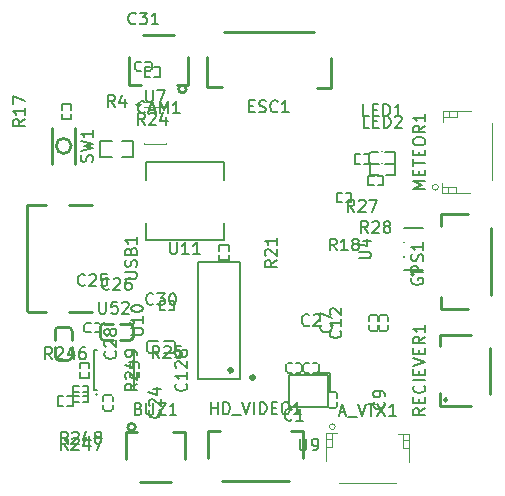
<source format=gbr>
%TF.GenerationSoftware,KiCad,Pcbnew,9.0.6*%
%TF.CreationDate,2025-12-27T02:42:01+01:00*%
%TF.ProjectId,hardware,68617264-7761-4726-952e-6b696361645f,rev?*%
%TF.SameCoordinates,Original*%
%TF.FileFunction,Legend,Top*%
%TF.FilePolarity,Positive*%
%FSLAX46Y46*%
G04 Gerber Fmt 4.6, Leading zero omitted, Abs format (unit mm)*
G04 Created by KiCad (PCBNEW 9.0.6) date 2025-12-27 02:42:01*
%MOMM*%
%LPD*%
G01*
G04 APERTURE LIST*
%ADD10C,0.150000*%
%ADD11C,0.120000*%
%ADD12C,0.250000*%
%ADD13C,0.080000*%
%ADD14C,0.300000*%
%ADD15C,0.200000*%
G04 APERTURE END LIST*
D10*
X166354819Y-102119047D02*
X165354819Y-102119047D01*
X165354819Y-102119047D02*
X166069104Y-101785714D01*
X166069104Y-101785714D02*
X165354819Y-101452381D01*
X165354819Y-101452381D02*
X166354819Y-101452381D01*
X165831009Y-100976190D02*
X165831009Y-100642857D01*
X166354819Y-100500000D02*
X166354819Y-100976190D01*
X166354819Y-100976190D02*
X165354819Y-100976190D01*
X165354819Y-100976190D02*
X165354819Y-100500000D01*
X165354819Y-100214285D02*
X165354819Y-99642857D01*
X166354819Y-99928571D02*
X165354819Y-99928571D01*
X165831009Y-99309523D02*
X165831009Y-98976190D01*
X166354819Y-98833333D02*
X166354819Y-99309523D01*
X166354819Y-99309523D02*
X165354819Y-99309523D01*
X165354819Y-99309523D02*
X165354819Y-98833333D01*
X165354819Y-98214285D02*
X165354819Y-98023809D01*
X165354819Y-98023809D02*
X165402438Y-97928571D01*
X165402438Y-97928571D02*
X165497676Y-97833333D01*
X165497676Y-97833333D02*
X165688152Y-97785714D01*
X165688152Y-97785714D02*
X166021485Y-97785714D01*
X166021485Y-97785714D02*
X166211961Y-97833333D01*
X166211961Y-97833333D02*
X166307200Y-97928571D01*
X166307200Y-97928571D02*
X166354819Y-98023809D01*
X166354819Y-98023809D02*
X166354819Y-98214285D01*
X166354819Y-98214285D02*
X166307200Y-98309523D01*
X166307200Y-98309523D02*
X166211961Y-98404761D01*
X166211961Y-98404761D02*
X166021485Y-98452380D01*
X166021485Y-98452380D02*
X165688152Y-98452380D01*
X165688152Y-98452380D02*
X165497676Y-98404761D01*
X165497676Y-98404761D02*
X165402438Y-98309523D01*
X165402438Y-98309523D02*
X165354819Y-98214285D01*
X166354819Y-96785714D02*
X165878628Y-97119047D01*
X166354819Y-97357142D02*
X165354819Y-97357142D01*
X165354819Y-97357142D02*
X165354819Y-96976190D01*
X165354819Y-96976190D02*
X165402438Y-96880952D01*
X165402438Y-96880952D02*
X165450057Y-96833333D01*
X165450057Y-96833333D02*
X165545295Y-96785714D01*
X165545295Y-96785714D02*
X165688152Y-96785714D01*
X165688152Y-96785714D02*
X165783390Y-96833333D01*
X165783390Y-96833333D02*
X165831009Y-96880952D01*
X165831009Y-96880952D02*
X165878628Y-96976190D01*
X165878628Y-96976190D02*
X165878628Y-97357142D01*
X166354819Y-95833333D02*
X166354819Y-96404761D01*
X166354819Y-96119047D02*
X165354819Y-96119047D01*
X165354819Y-96119047D02*
X165497676Y-96214285D01*
X165497676Y-96214285D02*
X165592914Y-96309523D01*
X165592914Y-96309523D02*
X165640533Y-96404761D01*
X140109580Y-115892857D02*
X140157200Y-115940476D01*
X140157200Y-115940476D02*
X140204819Y-116083333D01*
X140204819Y-116083333D02*
X140204819Y-116178571D01*
X140204819Y-116178571D02*
X140157200Y-116321428D01*
X140157200Y-116321428D02*
X140061961Y-116416666D01*
X140061961Y-116416666D02*
X139966723Y-116464285D01*
X139966723Y-116464285D02*
X139776247Y-116511904D01*
X139776247Y-116511904D02*
X139633390Y-116511904D01*
X139633390Y-116511904D02*
X139442914Y-116464285D01*
X139442914Y-116464285D02*
X139347676Y-116416666D01*
X139347676Y-116416666D02*
X139252438Y-116321428D01*
X139252438Y-116321428D02*
X139204819Y-116178571D01*
X139204819Y-116178571D02*
X139204819Y-116083333D01*
X139204819Y-116083333D02*
X139252438Y-115940476D01*
X139252438Y-115940476D02*
X139300057Y-115892857D01*
X139300057Y-115511904D02*
X139252438Y-115464285D01*
X139252438Y-115464285D02*
X139204819Y-115369047D01*
X139204819Y-115369047D02*
X139204819Y-115130952D01*
X139204819Y-115130952D02*
X139252438Y-115035714D01*
X139252438Y-115035714D02*
X139300057Y-114988095D01*
X139300057Y-114988095D02*
X139395295Y-114940476D01*
X139395295Y-114940476D02*
X139490533Y-114940476D01*
X139490533Y-114940476D02*
X139633390Y-114988095D01*
X139633390Y-114988095D02*
X140204819Y-115559523D01*
X140204819Y-115559523D02*
X140204819Y-114940476D01*
X139633390Y-114369047D02*
X139585771Y-114464285D01*
X139585771Y-114464285D02*
X139538152Y-114511904D01*
X139538152Y-114511904D02*
X139442914Y-114559523D01*
X139442914Y-114559523D02*
X139395295Y-114559523D01*
X139395295Y-114559523D02*
X139300057Y-114511904D01*
X139300057Y-114511904D02*
X139252438Y-114464285D01*
X139252438Y-114464285D02*
X139204819Y-114369047D01*
X139204819Y-114369047D02*
X139204819Y-114178571D01*
X139204819Y-114178571D02*
X139252438Y-114083333D01*
X139252438Y-114083333D02*
X139300057Y-114035714D01*
X139300057Y-114035714D02*
X139395295Y-113988095D01*
X139395295Y-113988095D02*
X139442914Y-113988095D01*
X139442914Y-113988095D02*
X139538152Y-114035714D01*
X139538152Y-114035714D02*
X139585771Y-114083333D01*
X139585771Y-114083333D02*
X139633390Y-114178571D01*
X139633390Y-114178571D02*
X139633390Y-114369047D01*
X139633390Y-114369047D02*
X139681009Y-114464285D01*
X139681009Y-114464285D02*
X139728628Y-114511904D01*
X139728628Y-114511904D02*
X139823866Y-114559523D01*
X139823866Y-114559523D02*
X140014342Y-114559523D01*
X140014342Y-114559523D02*
X140109580Y-114511904D01*
X140109580Y-114511904D02*
X140157200Y-114464285D01*
X140157200Y-114464285D02*
X140204819Y-114369047D01*
X140204819Y-114369047D02*
X140204819Y-114178571D01*
X140204819Y-114178571D02*
X140157200Y-114083333D01*
X140157200Y-114083333D02*
X140109580Y-114035714D01*
X140109580Y-114035714D02*
X140014342Y-113988095D01*
X140014342Y-113988095D02*
X139823866Y-113988095D01*
X139823866Y-113988095D02*
X139728628Y-114035714D01*
X139728628Y-114035714D02*
X139681009Y-114083333D01*
X139681009Y-114083333D02*
X139633390Y-114178571D01*
X142095238Y-120741009D02*
X142238095Y-120788628D01*
X142238095Y-120788628D02*
X142285714Y-120836247D01*
X142285714Y-120836247D02*
X142333333Y-120931485D01*
X142333333Y-120931485D02*
X142333333Y-121074342D01*
X142333333Y-121074342D02*
X142285714Y-121169580D01*
X142285714Y-121169580D02*
X142238095Y-121217200D01*
X142238095Y-121217200D02*
X142142857Y-121264819D01*
X142142857Y-121264819D02*
X141761905Y-121264819D01*
X141761905Y-121264819D02*
X141761905Y-120264819D01*
X141761905Y-120264819D02*
X142095238Y-120264819D01*
X142095238Y-120264819D02*
X142190476Y-120312438D01*
X142190476Y-120312438D02*
X142238095Y-120360057D01*
X142238095Y-120360057D02*
X142285714Y-120455295D01*
X142285714Y-120455295D02*
X142285714Y-120550533D01*
X142285714Y-120550533D02*
X142238095Y-120645771D01*
X142238095Y-120645771D02*
X142190476Y-120693390D01*
X142190476Y-120693390D02*
X142095238Y-120741009D01*
X142095238Y-120741009D02*
X141761905Y-120741009D01*
X142761905Y-120264819D02*
X142761905Y-121074342D01*
X142761905Y-121074342D02*
X142809524Y-121169580D01*
X142809524Y-121169580D02*
X142857143Y-121217200D01*
X142857143Y-121217200D02*
X142952381Y-121264819D01*
X142952381Y-121264819D02*
X143142857Y-121264819D01*
X143142857Y-121264819D02*
X143238095Y-121217200D01*
X143238095Y-121217200D02*
X143285714Y-121169580D01*
X143285714Y-121169580D02*
X143333333Y-121074342D01*
X143333333Y-121074342D02*
X143333333Y-120264819D01*
X143714286Y-120264819D02*
X144380952Y-120264819D01*
X144380952Y-120264819D02*
X143714286Y-121264819D01*
X143714286Y-121264819D02*
X144380952Y-121264819D01*
X145285714Y-121264819D02*
X144714286Y-121264819D01*
X145000000Y-121264819D02*
X145000000Y-120264819D01*
X145000000Y-120264819D02*
X144904762Y-120407676D01*
X144904762Y-120407676D02*
X144809524Y-120502914D01*
X144809524Y-120502914D02*
X144714286Y-120550533D01*
X162859580Y-120166666D02*
X162907200Y-120214285D01*
X162907200Y-120214285D02*
X162954819Y-120357142D01*
X162954819Y-120357142D02*
X162954819Y-120452380D01*
X162954819Y-120452380D02*
X162907200Y-120595237D01*
X162907200Y-120595237D02*
X162811961Y-120690475D01*
X162811961Y-120690475D02*
X162716723Y-120738094D01*
X162716723Y-120738094D02*
X162526247Y-120785713D01*
X162526247Y-120785713D02*
X162383390Y-120785713D01*
X162383390Y-120785713D02*
X162192914Y-120738094D01*
X162192914Y-120738094D02*
X162097676Y-120690475D01*
X162097676Y-120690475D02*
X162002438Y-120595237D01*
X162002438Y-120595237D02*
X161954819Y-120452380D01*
X161954819Y-120452380D02*
X161954819Y-120357142D01*
X161954819Y-120357142D02*
X162002438Y-120214285D01*
X162002438Y-120214285D02*
X162050057Y-120166666D01*
X162954819Y-119690475D02*
X162954819Y-119499999D01*
X162954819Y-119499999D02*
X162907200Y-119404761D01*
X162907200Y-119404761D02*
X162859580Y-119357142D01*
X162859580Y-119357142D02*
X162716723Y-119261904D01*
X162716723Y-119261904D02*
X162526247Y-119214285D01*
X162526247Y-119214285D02*
X162145295Y-119214285D01*
X162145295Y-119214285D02*
X162050057Y-119261904D01*
X162050057Y-119261904D02*
X162002438Y-119309523D01*
X162002438Y-119309523D02*
X161954819Y-119404761D01*
X161954819Y-119404761D02*
X161954819Y-119595237D01*
X161954819Y-119595237D02*
X162002438Y-119690475D01*
X162002438Y-119690475D02*
X162050057Y-119738094D01*
X162050057Y-119738094D02*
X162145295Y-119785713D01*
X162145295Y-119785713D02*
X162383390Y-119785713D01*
X162383390Y-119785713D02*
X162478628Y-119738094D01*
X162478628Y-119738094D02*
X162526247Y-119690475D01*
X162526247Y-119690475D02*
X162573866Y-119595237D01*
X162573866Y-119595237D02*
X162573866Y-119404761D01*
X162573866Y-119404761D02*
X162526247Y-119309523D01*
X162526247Y-119309523D02*
X162478628Y-119261904D01*
X162478628Y-119261904D02*
X162383390Y-119214285D01*
X160754819Y-108011904D02*
X161564342Y-108011904D01*
X161564342Y-108011904D02*
X161659580Y-107964285D01*
X161659580Y-107964285D02*
X161707200Y-107916666D01*
X161707200Y-107916666D02*
X161754819Y-107821428D01*
X161754819Y-107821428D02*
X161754819Y-107630952D01*
X161754819Y-107630952D02*
X161707200Y-107535714D01*
X161707200Y-107535714D02*
X161659580Y-107488095D01*
X161659580Y-107488095D02*
X161564342Y-107440476D01*
X161564342Y-107440476D02*
X160754819Y-107440476D01*
X161088152Y-106535714D02*
X161754819Y-106535714D01*
X160707200Y-106773809D02*
X161421485Y-107011904D01*
X161421485Y-107011904D02*
X161421485Y-106392857D01*
X158857142Y-107354819D02*
X158523809Y-106878628D01*
X158285714Y-107354819D02*
X158285714Y-106354819D01*
X158285714Y-106354819D02*
X158666666Y-106354819D01*
X158666666Y-106354819D02*
X158761904Y-106402438D01*
X158761904Y-106402438D02*
X158809523Y-106450057D01*
X158809523Y-106450057D02*
X158857142Y-106545295D01*
X158857142Y-106545295D02*
X158857142Y-106688152D01*
X158857142Y-106688152D02*
X158809523Y-106783390D01*
X158809523Y-106783390D02*
X158761904Y-106831009D01*
X158761904Y-106831009D02*
X158666666Y-106878628D01*
X158666666Y-106878628D02*
X158285714Y-106878628D01*
X159809523Y-107354819D02*
X159238095Y-107354819D01*
X159523809Y-107354819D02*
X159523809Y-106354819D01*
X159523809Y-106354819D02*
X159428571Y-106497676D01*
X159428571Y-106497676D02*
X159333333Y-106592914D01*
X159333333Y-106592914D02*
X159238095Y-106640533D01*
X160380952Y-106783390D02*
X160285714Y-106735771D01*
X160285714Y-106735771D02*
X160238095Y-106688152D01*
X160238095Y-106688152D02*
X160190476Y-106592914D01*
X160190476Y-106592914D02*
X160190476Y-106545295D01*
X160190476Y-106545295D02*
X160238095Y-106450057D01*
X160238095Y-106450057D02*
X160285714Y-106402438D01*
X160285714Y-106402438D02*
X160380952Y-106354819D01*
X160380952Y-106354819D02*
X160571428Y-106354819D01*
X160571428Y-106354819D02*
X160666666Y-106402438D01*
X160666666Y-106402438D02*
X160714285Y-106450057D01*
X160714285Y-106450057D02*
X160761904Y-106545295D01*
X160761904Y-106545295D02*
X160761904Y-106592914D01*
X160761904Y-106592914D02*
X160714285Y-106688152D01*
X160714285Y-106688152D02*
X160666666Y-106735771D01*
X160666666Y-106735771D02*
X160571428Y-106783390D01*
X160571428Y-106783390D02*
X160380952Y-106783390D01*
X160380952Y-106783390D02*
X160285714Y-106831009D01*
X160285714Y-106831009D02*
X160238095Y-106878628D01*
X160238095Y-106878628D02*
X160190476Y-106973866D01*
X160190476Y-106973866D02*
X160190476Y-107164342D01*
X160190476Y-107164342D02*
X160238095Y-107259580D01*
X160238095Y-107259580D02*
X160285714Y-107307200D01*
X160285714Y-107307200D02*
X160380952Y-107354819D01*
X160380952Y-107354819D02*
X160571428Y-107354819D01*
X160571428Y-107354819D02*
X160666666Y-107307200D01*
X160666666Y-107307200D02*
X160714285Y-107259580D01*
X160714285Y-107259580D02*
X160761904Y-107164342D01*
X160761904Y-107164342D02*
X160761904Y-106973866D01*
X160761904Y-106973866D02*
X160714285Y-106878628D01*
X160714285Y-106878628D02*
X160666666Y-106831009D01*
X160666666Y-106831009D02*
X160571428Y-106783390D01*
X142607142Y-96704819D02*
X142273809Y-96228628D01*
X142035714Y-96704819D02*
X142035714Y-95704819D01*
X142035714Y-95704819D02*
X142416666Y-95704819D01*
X142416666Y-95704819D02*
X142511904Y-95752438D01*
X142511904Y-95752438D02*
X142559523Y-95800057D01*
X142559523Y-95800057D02*
X142607142Y-95895295D01*
X142607142Y-95895295D02*
X142607142Y-96038152D01*
X142607142Y-96038152D02*
X142559523Y-96133390D01*
X142559523Y-96133390D02*
X142511904Y-96181009D01*
X142511904Y-96181009D02*
X142416666Y-96228628D01*
X142416666Y-96228628D02*
X142035714Y-96228628D01*
X142988095Y-95800057D02*
X143035714Y-95752438D01*
X143035714Y-95752438D02*
X143130952Y-95704819D01*
X143130952Y-95704819D02*
X143369047Y-95704819D01*
X143369047Y-95704819D02*
X143464285Y-95752438D01*
X143464285Y-95752438D02*
X143511904Y-95800057D01*
X143511904Y-95800057D02*
X143559523Y-95895295D01*
X143559523Y-95895295D02*
X143559523Y-95990533D01*
X143559523Y-95990533D02*
X143511904Y-96133390D01*
X143511904Y-96133390D02*
X142940476Y-96704819D01*
X142940476Y-96704819D02*
X143559523Y-96704819D01*
X144416666Y-96038152D02*
X144416666Y-96704819D01*
X144178571Y-95657200D02*
X143940476Y-96371485D01*
X143940476Y-96371485D02*
X144559523Y-96371485D01*
X159119047Y-121059104D02*
X159595237Y-121059104D01*
X159023809Y-121344819D02*
X159357142Y-120344819D01*
X159357142Y-120344819D02*
X159690475Y-121344819D01*
X159785714Y-121440057D02*
X160547618Y-121440057D01*
X160642857Y-120344819D02*
X160976190Y-121344819D01*
X160976190Y-121344819D02*
X161309523Y-120344819D01*
X161500000Y-120344819D02*
X162071428Y-120344819D01*
X161785714Y-121344819D02*
X161785714Y-120344819D01*
X162309524Y-120344819D02*
X162976190Y-121344819D01*
X162976190Y-120344819D02*
X162309524Y-121344819D01*
X163880952Y-121344819D02*
X163309524Y-121344819D01*
X163595238Y-121344819D02*
X163595238Y-120344819D01*
X163595238Y-120344819D02*
X163500000Y-120487676D01*
X163500000Y-120487676D02*
X163404762Y-120582914D01*
X163404762Y-120582914D02*
X163309524Y-120630533D01*
X139607142Y-110609580D02*
X139559523Y-110657200D01*
X139559523Y-110657200D02*
X139416666Y-110704819D01*
X139416666Y-110704819D02*
X139321428Y-110704819D01*
X139321428Y-110704819D02*
X139178571Y-110657200D01*
X139178571Y-110657200D02*
X139083333Y-110561961D01*
X139083333Y-110561961D02*
X139035714Y-110466723D01*
X139035714Y-110466723D02*
X138988095Y-110276247D01*
X138988095Y-110276247D02*
X138988095Y-110133390D01*
X138988095Y-110133390D02*
X139035714Y-109942914D01*
X139035714Y-109942914D02*
X139083333Y-109847676D01*
X139083333Y-109847676D02*
X139178571Y-109752438D01*
X139178571Y-109752438D02*
X139321428Y-109704819D01*
X139321428Y-109704819D02*
X139416666Y-109704819D01*
X139416666Y-109704819D02*
X139559523Y-109752438D01*
X139559523Y-109752438D02*
X139607142Y-109800057D01*
X139988095Y-109800057D02*
X140035714Y-109752438D01*
X140035714Y-109752438D02*
X140130952Y-109704819D01*
X140130952Y-109704819D02*
X140369047Y-109704819D01*
X140369047Y-109704819D02*
X140464285Y-109752438D01*
X140464285Y-109752438D02*
X140511904Y-109800057D01*
X140511904Y-109800057D02*
X140559523Y-109895295D01*
X140559523Y-109895295D02*
X140559523Y-109990533D01*
X140559523Y-109990533D02*
X140511904Y-110133390D01*
X140511904Y-110133390D02*
X139940476Y-110704819D01*
X139940476Y-110704819D02*
X140559523Y-110704819D01*
X141416666Y-109704819D02*
X141226190Y-109704819D01*
X141226190Y-109704819D02*
X141130952Y-109752438D01*
X141130952Y-109752438D02*
X141083333Y-109800057D01*
X141083333Y-109800057D02*
X140988095Y-109942914D01*
X140988095Y-109942914D02*
X140940476Y-110133390D01*
X140940476Y-110133390D02*
X140940476Y-110514342D01*
X140940476Y-110514342D02*
X140988095Y-110609580D01*
X140988095Y-110609580D02*
X141035714Y-110657200D01*
X141035714Y-110657200D02*
X141130952Y-110704819D01*
X141130952Y-110704819D02*
X141321428Y-110704819D01*
X141321428Y-110704819D02*
X141416666Y-110657200D01*
X141416666Y-110657200D02*
X141464285Y-110609580D01*
X141464285Y-110609580D02*
X141511904Y-110514342D01*
X141511904Y-110514342D02*
X141511904Y-110276247D01*
X141511904Y-110276247D02*
X141464285Y-110181009D01*
X141464285Y-110181009D02*
X141416666Y-110133390D01*
X141416666Y-110133390D02*
X141321428Y-110085771D01*
X141321428Y-110085771D02*
X141130952Y-110085771D01*
X141130952Y-110085771D02*
X141035714Y-110133390D01*
X141035714Y-110133390D02*
X140988095Y-110181009D01*
X140988095Y-110181009D02*
X140940476Y-110276247D01*
X141954819Y-118619047D02*
X141478628Y-118952380D01*
X141954819Y-119190475D02*
X140954819Y-119190475D01*
X140954819Y-119190475D02*
X140954819Y-118809523D01*
X140954819Y-118809523D02*
X141002438Y-118714285D01*
X141002438Y-118714285D02*
X141050057Y-118666666D01*
X141050057Y-118666666D02*
X141145295Y-118619047D01*
X141145295Y-118619047D02*
X141288152Y-118619047D01*
X141288152Y-118619047D02*
X141383390Y-118666666D01*
X141383390Y-118666666D02*
X141431009Y-118714285D01*
X141431009Y-118714285D02*
X141478628Y-118809523D01*
X141478628Y-118809523D02*
X141478628Y-119190475D01*
X141050057Y-118238094D02*
X141002438Y-118190475D01*
X141002438Y-118190475D02*
X140954819Y-118095237D01*
X140954819Y-118095237D02*
X140954819Y-117857142D01*
X140954819Y-117857142D02*
X141002438Y-117761904D01*
X141002438Y-117761904D02*
X141050057Y-117714285D01*
X141050057Y-117714285D02*
X141145295Y-117666666D01*
X141145295Y-117666666D02*
X141240533Y-117666666D01*
X141240533Y-117666666D02*
X141383390Y-117714285D01*
X141383390Y-117714285D02*
X141954819Y-118285713D01*
X141954819Y-118285713D02*
X141954819Y-117666666D01*
X141288152Y-116809523D02*
X141954819Y-116809523D01*
X140907200Y-117047618D02*
X141621485Y-117285713D01*
X141621485Y-117285713D02*
X141621485Y-116666666D01*
X141954819Y-116238094D02*
X141954819Y-116047618D01*
X141954819Y-116047618D02*
X141907200Y-115952380D01*
X141907200Y-115952380D02*
X141859580Y-115904761D01*
X141859580Y-115904761D02*
X141716723Y-115809523D01*
X141716723Y-115809523D02*
X141526247Y-115761904D01*
X141526247Y-115761904D02*
X141145295Y-115761904D01*
X141145295Y-115761904D02*
X141050057Y-115809523D01*
X141050057Y-115809523D02*
X141002438Y-115857142D01*
X141002438Y-115857142D02*
X140954819Y-115952380D01*
X140954819Y-115952380D02*
X140954819Y-116142856D01*
X140954819Y-116142856D02*
X141002438Y-116238094D01*
X141002438Y-116238094D02*
X141050057Y-116285713D01*
X141050057Y-116285713D02*
X141145295Y-116333332D01*
X141145295Y-116333332D02*
X141383390Y-116333332D01*
X141383390Y-116333332D02*
X141478628Y-116285713D01*
X141478628Y-116285713D02*
X141526247Y-116238094D01*
X141526247Y-116238094D02*
X141573866Y-116142856D01*
X141573866Y-116142856D02*
X141573866Y-115952380D01*
X141573866Y-115952380D02*
X141526247Y-115857142D01*
X141526247Y-115857142D02*
X141478628Y-115809523D01*
X141478628Y-115809523D02*
X141383390Y-115761904D01*
X153784819Y-108182857D02*
X153308628Y-108516190D01*
X153784819Y-108754285D02*
X152784819Y-108754285D01*
X152784819Y-108754285D02*
X152784819Y-108373333D01*
X152784819Y-108373333D02*
X152832438Y-108278095D01*
X152832438Y-108278095D02*
X152880057Y-108230476D01*
X152880057Y-108230476D02*
X152975295Y-108182857D01*
X152975295Y-108182857D02*
X153118152Y-108182857D01*
X153118152Y-108182857D02*
X153213390Y-108230476D01*
X153213390Y-108230476D02*
X153261009Y-108278095D01*
X153261009Y-108278095D02*
X153308628Y-108373333D01*
X153308628Y-108373333D02*
X153308628Y-108754285D01*
X152880057Y-107801904D02*
X152832438Y-107754285D01*
X152832438Y-107754285D02*
X152784819Y-107659047D01*
X152784819Y-107659047D02*
X152784819Y-107420952D01*
X152784819Y-107420952D02*
X152832438Y-107325714D01*
X152832438Y-107325714D02*
X152880057Y-107278095D01*
X152880057Y-107278095D02*
X152975295Y-107230476D01*
X152975295Y-107230476D02*
X153070533Y-107230476D01*
X153070533Y-107230476D02*
X153213390Y-107278095D01*
X153213390Y-107278095D02*
X153784819Y-107849523D01*
X153784819Y-107849523D02*
X153784819Y-107230476D01*
X153784819Y-106278095D02*
X153784819Y-106849523D01*
X153784819Y-106563809D02*
X152784819Y-106563809D01*
X152784819Y-106563809D02*
X152927676Y-106659047D01*
X152927676Y-106659047D02*
X153022914Y-106754285D01*
X153022914Y-106754285D02*
X153070533Y-106849523D01*
X142633333Y-95619580D02*
X142585714Y-95667200D01*
X142585714Y-95667200D02*
X142442857Y-95714819D01*
X142442857Y-95714819D02*
X142347619Y-95714819D01*
X142347619Y-95714819D02*
X142204762Y-95667200D01*
X142204762Y-95667200D02*
X142109524Y-95571961D01*
X142109524Y-95571961D02*
X142061905Y-95476723D01*
X142061905Y-95476723D02*
X142014286Y-95286247D01*
X142014286Y-95286247D02*
X142014286Y-95143390D01*
X142014286Y-95143390D02*
X142061905Y-94952914D01*
X142061905Y-94952914D02*
X142109524Y-94857676D01*
X142109524Y-94857676D02*
X142204762Y-94762438D01*
X142204762Y-94762438D02*
X142347619Y-94714819D01*
X142347619Y-94714819D02*
X142442857Y-94714819D01*
X142442857Y-94714819D02*
X142585714Y-94762438D01*
X142585714Y-94762438D02*
X142633333Y-94810057D01*
X143014286Y-95429104D02*
X143490476Y-95429104D01*
X142919048Y-95714819D02*
X143252381Y-94714819D01*
X143252381Y-94714819D02*
X143585714Y-95714819D01*
X143919048Y-95714819D02*
X143919048Y-94714819D01*
X143919048Y-94714819D02*
X144252381Y-95429104D01*
X144252381Y-95429104D02*
X144585714Y-94714819D01*
X144585714Y-94714819D02*
X144585714Y-95714819D01*
X145585714Y-95714819D02*
X145014286Y-95714819D01*
X145300000Y-95714819D02*
X145300000Y-94714819D01*
X145300000Y-94714819D02*
X145204762Y-94857676D01*
X145204762Y-94857676D02*
X145109524Y-94952914D01*
X145109524Y-94952914D02*
X145014286Y-95000533D01*
X143859580Y-120892857D02*
X143907200Y-120940476D01*
X143907200Y-120940476D02*
X143954819Y-121083333D01*
X143954819Y-121083333D02*
X143954819Y-121178571D01*
X143954819Y-121178571D02*
X143907200Y-121321428D01*
X143907200Y-121321428D02*
X143811961Y-121416666D01*
X143811961Y-121416666D02*
X143716723Y-121464285D01*
X143716723Y-121464285D02*
X143526247Y-121511904D01*
X143526247Y-121511904D02*
X143383390Y-121511904D01*
X143383390Y-121511904D02*
X143192914Y-121464285D01*
X143192914Y-121464285D02*
X143097676Y-121416666D01*
X143097676Y-121416666D02*
X143002438Y-121321428D01*
X143002438Y-121321428D02*
X142954819Y-121178571D01*
X142954819Y-121178571D02*
X142954819Y-121083333D01*
X142954819Y-121083333D02*
X143002438Y-120940476D01*
X143002438Y-120940476D02*
X143050057Y-120892857D01*
X143050057Y-120511904D02*
X143002438Y-120464285D01*
X143002438Y-120464285D02*
X142954819Y-120369047D01*
X142954819Y-120369047D02*
X142954819Y-120130952D01*
X142954819Y-120130952D02*
X143002438Y-120035714D01*
X143002438Y-120035714D02*
X143050057Y-119988095D01*
X143050057Y-119988095D02*
X143145295Y-119940476D01*
X143145295Y-119940476D02*
X143240533Y-119940476D01*
X143240533Y-119940476D02*
X143383390Y-119988095D01*
X143383390Y-119988095D02*
X143954819Y-120559523D01*
X143954819Y-120559523D02*
X143954819Y-119940476D01*
X143288152Y-119083333D02*
X143954819Y-119083333D01*
X142907200Y-119321428D02*
X143621485Y-119559523D01*
X143621485Y-119559523D02*
X143621485Y-118940476D01*
X161580952Y-95954819D02*
X161104762Y-95954819D01*
X161104762Y-95954819D02*
X161104762Y-94954819D01*
X161914286Y-95431009D02*
X162247619Y-95431009D01*
X162390476Y-95954819D02*
X161914286Y-95954819D01*
X161914286Y-95954819D02*
X161914286Y-94954819D01*
X161914286Y-94954819D02*
X162390476Y-94954819D01*
X162819048Y-95954819D02*
X162819048Y-94954819D01*
X162819048Y-94954819D02*
X163057143Y-94954819D01*
X163057143Y-94954819D02*
X163200000Y-95002438D01*
X163200000Y-95002438D02*
X163295238Y-95097676D01*
X163295238Y-95097676D02*
X163342857Y-95192914D01*
X163342857Y-95192914D02*
X163390476Y-95383390D01*
X163390476Y-95383390D02*
X163390476Y-95526247D01*
X163390476Y-95526247D02*
X163342857Y-95716723D01*
X163342857Y-95716723D02*
X163295238Y-95811961D01*
X163295238Y-95811961D02*
X163200000Y-95907200D01*
X163200000Y-95907200D02*
X163057143Y-95954819D01*
X163057143Y-95954819D02*
X162819048Y-95954819D01*
X164342857Y-95954819D02*
X163771429Y-95954819D01*
X164057143Y-95954819D02*
X164057143Y-94954819D01*
X164057143Y-94954819D02*
X163961905Y-95097676D01*
X163961905Y-95097676D02*
X163866667Y-95192914D01*
X163866667Y-95192914D02*
X163771429Y-95240533D01*
X144761905Y-106654819D02*
X144761905Y-107464342D01*
X144761905Y-107464342D02*
X144809524Y-107559580D01*
X144809524Y-107559580D02*
X144857143Y-107607200D01*
X144857143Y-107607200D02*
X144952381Y-107654819D01*
X144952381Y-107654819D02*
X145142857Y-107654819D01*
X145142857Y-107654819D02*
X145238095Y-107607200D01*
X145238095Y-107607200D02*
X145285714Y-107559580D01*
X145285714Y-107559580D02*
X145333333Y-107464342D01*
X145333333Y-107464342D02*
X145333333Y-106654819D01*
X146333333Y-107654819D02*
X145761905Y-107654819D01*
X146047619Y-107654819D02*
X146047619Y-106654819D01*
X146047619Y-106654819D02*
X145952381Y-106797676D01*
X145952381Y-106797676D02*
X145857143Y-106892914D01*
X145857143Y-106892914D02*
X145761905Y-106940533D01*
X147285714Y-107654819D02*
X146714286Y-107654819D01*
X147000000Y-107654819D02*
X147000000Y-106654819D01*
X147000000Y-106654819D02*
X146904762Y-106797676D01*
X146904762Y-106797676D02*
X146809524Y-106892914D01*
X146809524Y-106892914D02*
X146714286Y-106940533D01*
X148214286Y-121204819D02*
X148214286Y-120204819D01*
X148214286Y-120681009D02*
X148785714Y-120681009D01*
X148785714Y-121204819D02*
X148785714Y-120204819D01*
X149261905Y-121204819D02*
X149261905Y-120204819D01*
X149261905Y-120204819D02*
X149500000Y-120204819D01*
X149500000Y-120204819D02*
X149642857Y-120252438D01*
X149642857Y-120252438D02*
X149738095Y-120347676D01*
X149738095Y-120347676D02*
X149785714Y-120442914D01*
X149785714Y-120442914D02*
X149833333Y-120633390D01*
X149833333Y-120633390D02*
X149833333Y-120776247D01*
X149833333Y-120776247D02*
X149785714Y-120966723D01*
X149785714Y-120966723D02*
X149738095Y-121061961D01*
X149738095Y-121061961D02*
X149642857Y-121157200D01*
X149642857Y-121157200D02*
X149500000Y-121204819D01*
X149500000Y-121204819D02*
X149261905Y-121204819D01*
X150023810Y-121300057D02*
X150785714Y-121300057D01*
X150880953Y-120204819D02*
X151214286Y-121204819D01*
X151214286Y-121204819D02*
X151547619Y-120204819D01*
X151880953Y-121204819D02*
X151880953Y-120204819D01*
X152357143Y-121204819D02*
X152357143Y-120204819D01*
X152357143Y-120204819D02*
X152595238Y-120204819D01*
X152595238Y-120204819D02*
X152738095Y-120252438D01*
X152738095Y-120252438D02*
X152833333Y-120347676D01*
X152833333Y-120347676D02*
X152880952Y-120442914D01*
X152880952Y-120442914D02*
X152928571Y-120633390D01*
X152928571Y-120633390D02*
X152928571Y-120776247D01*
X152928571Y-120776247D02*
X152880952Y-120966723D01*
X152880952Y-120966723D02*
X152833333Y-121061961D01*
X152833333Y-121061961D02*
X152738095Y-121157200D01*
X152738095Y-121157200D02*
X152595238Y-121204819D01*
X152595238Y-121204819D02*
X152357143Y-121204819D01*
X153357143Y-120681009D02*
X153690476Y-120681009D01*
X153833333Y-121204819D02*
X153357143Y-121204819D01*
X153357143Y-121204819D02*
X153357143Y-120204819D01*
X153357143Y-120204819D02*
X153833333Y-120204819D01*
X154452381Y-120204819D02*
X154642857Y-120204819D01*
X154642857Y-120204819D02*
X154738095Y-120252438D01*
X154738095Y-120252438D02*
X154833333Y-120347676D01*
X154833333Y-120347676D02*
X154880952Y-120538152D01*
X154880952Y-120538152D02*
X154880952Y-120871485D01*
X154880952Y-120871485D02*
X154833333Y-121061961D01*
X154833333Y-121061961D02*
X154738095Y-121157200D01*
X154738095Y-121157200D02*
X154642857Y-121204819D01*
X154642857Y-121204819D02*
X154452381Y-121204819D01*
X154452381Y-121204819D02*
X154357143Y-121157200D01*
X154357143Y-121157200D02*
X154261905Y-121061961D01*
X154261905Y-121061961D02*
X154214286Y-120871485D01*
X154214286Y-120871485D02*
X154214286Y-120538152D01*
X154214286Y-120538152D02*
X154261905Y-120347676D01*
X154261905Y-120347676D02*
X154357143Y-120252438D01*
X154357143Y-120252438D02*
X154452381Y-120204819D01*
X155833333Y-121204819D02*
X155261905Y-121204819D01*
X155547619Y-121204819D02*
X155547619Y-120204819D01*
X155547619Y-120204819D02*
X155452381Y-120347676D01*
X155452381Y-120347676D02*
X155357143Y-120442914D01*
X155357143Y-120442914D02*
X155261905Y-120490533D01*
X165242438Y-109690476D02*
X165194819Y-109785714D01*
X165194819Y-109785714D02*
X165194819Y-109928571D01*
X165194819Y-109928571D02*
X165242438Y-110071428D01*
X165242438Y-110071428D02*
X165337676Y-110166666D01*
X165337676Y-110166666D02*
X165432914Y-110214285D01*
X165432914Y-110214285D02*
X165623390Y-110261904D01*
X165623390Y-110261904D02*
X165766247Y-110261904D01*
X165766247Y-110261904D02*
X165956723Y-110214285D01*
X165956723Y-110214285D02*
X166051961Y-110166666D01*
X166051961Y-110166666D02*
X166147200Y-110071428D01*
X166147200Y-110071428D02*
X166194819Y-109928571D01*
X166194819Y-109928571D02*
X166194819Y-109833333D01*
X166194819Y-109833333D02*
X166147200Y-109690476D01*
X166147200Y-109690476D02*
X166099580Y-109642857D01*
X166099580Y-109642857D02*
X165766247Y-109642857D01*
X165766247Y-109642857D02*
X165766247Y-109833333D01*
X166194819Y-109214285D02*
X165194819Y-109214285D01*
X165194819Y-109214285D02*
X165194819Y-108833333D01*
X165194819Y-108833333D02*
X165242438Y-108738095D01*
X165242438Y-108738095D02*
X165290057Y-108690476D01*
X165290057Y-108690476D02*
X165385295Y-108642857D01*
X165385295Y-108642857D02*
X165528152Y-108642857D01*
X165528152Y-108642857D02*
X165623390Y-108690476D01*
X165623390Y-108690476D02*
X165671009Y-108738095D01*
X165671009Y-108738095D02*
X165718628Y-108833333D01*
X165718628Y-108833333D02*
X165718628Y-109214285D01*
X166147200Y-108261904D02*
X166194819Y-108119047D01*
X166194819Y-108119047D02*
X166194819Y-107880952D01*
X166194819Y-107880952D02*
X166147200Y-107785714D01*
X166147200Y-107785714D02*
X166099580Y-107738095D01*
X166099580Y-107738095D02*
X166004342Y-107690476D01*
X166004342Y-107690476D02*
X165909104Y-107690476D01*
X165909104Y-107690476D02*
X165813866Y-107738095D01*
X165813866Y-107738095D02*
X165766247Y-107785714D01*
X165766247Y-107785714D02*
X165718628Y-107880952D01*
X165718628Y-107880952D02*
X165671009Y-108071428D01*
X165671009Y-108071428D02*
X165623390Y-108166666D01*
X165623390Y-108166666D02*
X165575771Y-108214285D01*
X165575771Y-108214285D02*
X165480533Y-108261904D01*
X165480533Y-108261904D02*
X165385295Y-108261904D01*
X165385295Y-108261904D02*
X165290057Y-108214285D01*
X165290057Y-108214285D02*
X165242438Y-108166666D01*
X165242438Y-108166666D02*
X165194819Y-108071428D01*
X165194819Y-108071428D02*
X165194819Y-107833333D01*
X165194819Y-107833333D02*
X165242438Y-107690476D01*
X166194819Y-106738095D02*
X166194819Y-107309523D01*
X166194819Y-107023809D02*
X165194819Y-107023809D01*
X165194819Y-107023809D02*
X165337676Y-107119047D01*
X165337676Y-107119047D02*
X165432914Y-107214285D01*
X165432914Y-107214285D02*
X165480533Y-107309523D01*
X161517142Y-105864819D02*
X161183809Y-105388628D01*
X160945714Y-105864819D02*
X160945714Y-104864819D01*
X160945714Y-104864819D02*
X161326666Y-104864819D01*
X161326666Y-104864819D02*
X161421904Y-104912438D01*
X161421904Y-104912438D02*
X161469523Y-104960057D01*
X161469523Y-104960057D02*
X161517142Y-105055295D01*
X161517142Y-105055295D02*
X161517142Y-105198152D01*
X161517142Y-105198152D02*
X161469523Y-105293390D01*
X161469523Y-105293390D02*
X161421904Y-105341009D01*
X161421904Y-105341009D02*
X161326666Y-105388628D01*
X161326666Y-105388628D02*
X160945714Y-105388628D01*
X161898095Y-104960057D02*
X161945714Y-104912438D01*
X161945714Y-104912438D02*
X162040952Y-104864819D01*
X162040952Y-104864819D02*
X162279047Y-104864819D01*
X162279047Y-104864819D02*
X162374285Y-104912438D01*
X162374285Y-104912438D02*
X162421904Y-104960057D01*
X162421904Y-104960057D02*
X162469523Y-105055295D01*
X162469523Y-105055295D02*
X162469523Y-105150533D01*
X162469523Y-105150533D02*
X162421904Y-105293390D01*
X162421904Y-105293390D02*
X161850476Y-105864819D01*
X161850476Y-105864819D02*
X162469523Y-105864819D01*
X163040952Y-105293390D02*
X162945714Y-105245771D01*
X162945714Y-105245771D02*
X162898095Y-105198152D01*
X162898095Y-105198152D02*
X162850476Y-105102914D01*
X162850476Y-105102914D02*
X162850476Y-105055295D01*
X162850476Y-105055295D02*
X162898095Y-104960057D01*
X162898095Y-104960057D02*
X162945714Y-104912438D01*
X162945714Y-104912438D02*
X163040952Y-104864819D01*
X163040952Y-104864819D02*
X163231428Y-104864819D01*
X163231428Y-104864819D02*
X163326666Y-104912438D01*
X163326666Y-104912438D02*
X163374285Y-104960057D01*
X163374285Y-104960057D02*
X163421904Y-105055295D01*
X163421904Y-105055295D02*
X163421904Y-105102914D01*
X163421904Y-105102914D02*
X163374285Y-105198152D01*
X163374285Y-105198152D02*
X163326666Y-105245771D01*
X163326666Y-105245771D02*
X163231428Y-105293390D01*
X163231428Y-105293390D02*
X163040952Y-105293390D01*
X163040952Y-105293390D02*
X162945714Y-105341009D01*
X162945714Y-105341009D02*
X162898095Y-105388628D01*
X162898095Y-105388628D02*
X162850476Y-105483866D01*
X162850476Y-105483866D02*
X162850476Y-105674342D01*
X162850476Y-105674342D02*
X162898095Y-105769580D01*
X162898095Y-105769580D02*
X162945714Y-105817200D01*
X162945714Y-105817200D02*
X163040952Y-105864819D01*
X163040952Y-105864819D02*
X163231428Y-105864819D01*
X163231428Y-105864819D02*
X163326666Y-105817200D01*
X163326666Y-105817200D02*
X163374285Y-105769580D01*
X163374285Y-105769580D02*
X163421904Y-105674342D01*
X163421904Y-105674342D02*
X163421904Y-105483866D01*
X163421904Y-105483866D02*
X163374285Y-105388628D01*
X163374285Y-105388628D02*
X163326666Y-105341009D01*
X163326666Y-105341009D02*
X163231428Y-105293390D01*
X158359580Y-113666666D02*
X158407200Y-113714285D01*
X158407200Y-113714285D02*
X158454819Y-113857142D01*
X158454819Y-113857142D02*
X158454819Y-113952380D01*
X158454819Y-113952380D02*
X158407200Y-114095237D01*
X158407200Y-114095237D02*
X158311961Y-114190475D01*
X158311961Y-114190475D02*
X158216723Y-114238094D01*
X158216723Y-114238094D02*
X158026247Y-114285713D01*
X158026247Y-114285713D02*
X157883390Y-114285713D01*
X157883390Y-114285713D02*
X157692914Y-114238094D01*
X157692914Y-114238094D02*
X157597676Y-114190475D01*
X157597676Y-114190475D02*
X157502438Y-114095237D01*
X157502438Y-114095237D02*
X157454819Y-113952380D01*
X157454819Y-113952380D02*
X157454819Y-113857142D01*
X157454819Y-113857142D02*
X157502438Y-113714285D01*
X157502438Y-113714285D02*
X157550057Y-113666666D01*
X157454819Y-113333332D02*
X157454819Y-112666666D01*
X157454819Y-112666666D02*
X158454819Y-113095237D01*
X143857142Y-116454819D02*
X143523809Y-115978628D01*
X143285714Y-116454819D02*
X143285714Y-115454819D01*
X143285714Y-115454819D02*
X143666666Y-115454819D01*
X143666666Y-115454819D02*
X143761904Y-115502438D01*
X143761904Y-115502438D02*
X143809523Y-115550057D01*
X143809523Y-115550057D02*
X143857142Y-115645295D01*
X143857142Y-115645295D02*
X143857142Y-115788152D01*
X143857142Y-115788152D02*
X143809523Y-115883390D01*
X143809523Y-115883390D02*
X143761904Y-115931009D01*
X143761904Y-115931009D02*
X143666666Y-115978628D01*
X143666666Y-115978628D02*
X143285714Y-115978628D01*
X144238095Y-115550057D02*
X144285714Y-115502438D01*
X144285714Y-115502438D02*
X144380952Y-115454819D01*
X144380952Y-115454819D02*
X144619047Y-115454819D01*
X144619047Y-115454819D02*
X144714285Y-115502438D01*
X144714285Y-115502438D02*
X144761904Y-115550057D01*
X144761904Y-115550057D02*
X144809523Y-115645295D01*
X144809523Y-115645295D02*
X144809523Y-115740533D01*
X144809523Y-115740533D02*
X144761904Y-115883390D01*
X144761904Y-115883390D02*
X144190476Y-116454819D01*
X144190476Y-116454819D02*
X144809523Y-116454819D01*
X145714285Y-115454819D02*
X145238095Y-115454819D01*
X145238095Y-115454819D02*
X145190476Y-115931009D01*
X145190476Y-115931009D02*
X145238095Y-115883390D01*
X145238095Y-115883390D02*
X145333333Y-115835771D01*
X145333333Y-115835771D02*
X145571428Y-115835771D01*
X145571428Y-115835771D02*
X145666666Y-115883390D01*
X145666666Y-115883390D02*
X145714285Y-115931009D01*
X145714285Y-115931009D02*
X145761904Y-116026247D01*
X145761904Y-116026247D02*
X145761904Y-116264342D01*
X145761904Y-116264342D02*
X145714285Y-116359580D01*
X145714285Y-116359580D02*
X145666666Y-116407200D01*
X145666666Y-116407200D02*
X145571428Y-116454819D01*
X145571428Y-116454819D02*
X145333333Y-116454819D01*
X145333333Y-116454819D02*
X145238095Y-116407200D01*
X145238095Y-116407200D02*
X145190476Y-116359580D01*
X137557142Y-110259580D02*
X137509523Y-110307200D01*
X137509523Y-110307200D02*
X137366666Y-110354819D01*
X137366666Y-110354819D02*
X137271428Y-110354819D01*
X137271428Y-110354819D02*
X137128571Y-110307200D01*
X137128571Y-110307200D02*
X137033333Y-110211961D01*
X137033333Y-110211961D02*
X136985714Y-110116723D01*
X136985714Y-110116723D02*
X136938095Y-109926247D01*
X136938095Y-109926247D02*
X136938095Y-109783390D01*
X136938095Y-109783390D02*
X136985714Y-109592914D01*
X136985714Y-109592914D02*
X137033333Y-109497676D01*
X137033333Y-109497676D02*
X137128571Y-109402438D01*
X137128571Y-109402438D02*
X137271428Y-109354819D01*
X137271428Y-109354819D02*
X137366666Y-109354819D01*
X137366666Y-109354819D02*
X137509523Y-109402438D01*
X137509523Y-109402438D02*
X137557142Y-109450057D01*
X137938095Y-109450057D02*
X137985714Y-109402438D01*
X137985714Y-109402438D02*
X138080952Y-109354819D01*
X138080952Y-109354819D02*
X138319047Y-109354819D01*
X138319047Y-109354819D02*
X138414285Y-109402438D01*
X138414285Y-109402438D02*
X138461904Y-109450057D01*
X138461904Y-109450057D02*
X138509523Y-109545295D01*
X138509523Y-109545295D02*
X138509523Y-109640533D01*
X138509523Y-109640533D02*
X138461904Y-109783390D01*
X138461904Y-109783390D02*
X137890476Y-110354819D01*
X137890476Y-110354819D02*
X138509523Y-110354819D01*
X139414285Y-109354819D02*
X138938095Y-109354819D01*
X138938095Y-109354819D02*
X138890476Y-109831009D01*
X138890476Y-109831009D02*
X138938095Y-109783390D01*
X138938095Y-109783390D02*
X139033333Y-109735771D01*
X139033333Y-109735771D02*
X139271428Y-109735771D01*
X139271428Y-109735771D02*
X139366666Y-109783390D01*
X139366666Y-109783390D02*
X139414285Y-109831009D01*
X139414285Y-109831009D02*
X139461904Y-109926247D01*
X139461904Y-109926247D02*
X139461904Y-110164342D01*
X139461904Y-110164342D02*
X139414285Y-110259580D01*
X139414285Y-110259580D02*
X139366666Y-110307200D01*
X139366666Y-110307200D02*
X139271428Y-110354819D01*
X139271428Y-110354819D02*
X139033333Y-110354819D01*
X139033333Y-110354819D02*
X138938095Y-110307200D01*
X138938095Y-110307200D02*
X138890476Y-110259580D01*
X166354819Y-120690476D02*
X165878628Y-121023809D01*
X166354819Y-121261904D02*
X165354819Y-121261904D01*
X165354819Y-121261904D02*
X165354819Y-120880952D01*
X165354819Y-120880952D02*
X165402438Y-120785714D01*
X165402438Y-120785714D02*
X165450057Y-120738095D01*
X165450057Y-120738095D02*
X165545295Y-120690476D01*
X165545295Y-120690476D02*
X165688152Y-120690476D01*
X165688152Y-120690476D02*
X165783390Y-120738095D01*
X165783390Y-120738095D02*
X165831009Y-120785714D01*
X165831009Y-120785714D02*
X165878628Y-120880952D01*
X165878628Y-120880952D02*
X165878628Y-121261904D01*
X165831009Y-120261904D02*
X165831009Y-119928571D01*
X166354819Y-119785714D02*
X166354819Y-120261904D01*
X166354819Y-120261904D02*
X165354819Y-120261904D01*
X165354819Y-120261904D02*
X165354819Y-119785714D01*
X166259580Y-118785714D02*
X166307200Y-118833333D01*
X166307200Y-118833333D02*
X166354819Y-118976190D01*
X166354819Y-118976190D02*
X166354819Y-119071428D01*
X166354819Y-119071428D02*
X166307200Y-119214285D01*
X166307200Y-119214285D02*
X166211961Y-119309523D01*
X166211961Y-119309523D02*
X166116723Y-119357142D01*
X166116723Y-119357142D02*
X165926247Y-119404761D01*
X165926247Y-119404761D02*
X165783390Y-119404761D01*
X165783390Y-119404761D02*
X165592914Y-119357142D01*
X165592914Y-119357142D02*
X165497676Y-119309523D01*
X165497676Y-119309523D02*
X165402438Y-119214285D01*
X165402438Y-119214285D02*
X165354819Y-119071428D01*
X165354819Y-119071428D02*
X165354819Y-118976190D01*
X165354819Y-118976190D02*
X165402438Y-118833333D01*
X165402438Y-118833333D02*
X165450057Y-118785714D01*
X166354819Y-118357142D02*
X165354819Y-118357142D01*
X165831009Y-117880952D02*
X165831009Y-117547619D01*
X166354819Y-117404762D02*
X166354819Y-117880952D01*
X166354819Y-117880952D02*
X165354819Y-117880952D01*
X165354819Y-117880952D02*
X165354819Y-117404762D01*
X165354819Y-117119047D02*
X166354819Y-116785714D01*
X166354819Y-116785714D02*
X165354819Y-116452381D01*
X165831009Y-116119047D02*
X165831009Y-115785714D01*
X166354819Y-115642857D02*
X166354819Y-116119047D01*
X166354819Y-116119047D02*
X165354819Y-116119047D01*
X165354819Y-116119047D02*
X165354819Y-115642857D01*
X166354819Y-114642857D02*
X165878628Y-114976190D01*
X166354819Y-115214285D02*
X165354819Y-115214285D01*
X165354819Y-115214285D02*
X165354819Y-114833333D01*
X165354819Y-114833333D02*
X165402438Y-114738095D01*
X165402438Y-114738095D02*
X165450057Y-114690476D01*
X165450057Y-114690476D02*
X165545295Y-114642857D01*
X165545295Y-114642857D02*
X165688152Y-114642857D01*
X165688152Y-114642857D02*
X165783390Y-114690476D01*
X165783390Y-114690476D02*
X165831009Y-114738095D01*
X165831009Y-114738095D02*
X165878628Y-114833333D01*
X165878628Y-114833333D02*
X165878628Y-115214285D01*
X166354819Y-113690476D02*
X166354819Y-114261904D01*
X166354819Y-113976190D02*
X165354819Y-113976190D01*
X165354819Y-113976190D02*
X165497676Y-114071428D01*
X165497676Y-114071428D02*
X165592914Y-114166666D01*
X165592914Y-114166666D02*
X165640533Y-114261904D01*
X159169580Y-114142857D02*
X159217200Y-114190476D01*
X159217200Y-114190476D02*
X159264819Y-114333333D01*
X159264819Y-114333333D02*
X159264819Y-114428571D01*
X159264819Y-114428571D02*
X159217200Y-114571428D01*
X159217200Y-114571428D02*
X159121961Y-114666666D01*
X159121961Y-114666666D02*
X159026723Y-114714285D01*
X159026723Y-114714285D02*
X158836247Y-114761904D01*
X158836247Y-114761904D02*
X158693390Y-114761904D01*
X158693390Y-114761904D02*
X158502914Y-114714285D01*
X158502914Y-114714285D02*
X158407676Y-114666666D01*
X158407676Y-114666666D02*
X158312438Y-114571428D01*
X158312438Y-114571428D02*
X158264819Y-114428571D01*
X158264819Y-114428571D02*
X158264819Y-114333333D01*
X158264819Y-114333333D02*
X158312438Y-114190476D01*
X158312438Y-114190476D02*
X158360057Y-114142857D01*
X159264819Y-113190476D02*
X159264819Y-113761904D01*
X159264819Y-113476190D02*
X158264819Y-113476190D01*
X158264819Y-113476190D02*
X158407676Y-113571428D01*
X158407676Y-113571428D02*
X158502914Y-113666666D01*
X158502914Y-113666666D02*
X158550533Y-113761904D01*
X158360057Y-112809523D02*
X158312438Y-112761904D01*
X158312438Y-112761904D02*
X158264819Y-112666666D01*
X158264819Y-112666666D02*
X158264819Y-112428571D01*
X158264819Y-112428571D02*
X158312438Y-112333333D01*
X158312438Y-112333333D02*
X158360057Y-112285714D01*
X158360057Y-112285714D02*
X158455295Y-112238095D01*
X158455295Y-112238095D02*
X158550533Y-112238095D01*
X158550533Y-112238095D02*
X158693390Y-112285714D01*
X158693390Y-112285714D02*
X159264819Y-112857142D01*
X159264819Y-112857142D02*
X159264819Y-112238095D01*
X141454819Y-114508094D02*
X142264342Y-114508094D01*
X142264342Y-114508094D02*
X142359580Y-114460475D01*
X142359580Y-114460475D02*
X142407200Y-114412856D01*
X142407200Y-114412856D02*
X142454819Y-114317618D01*
X142454819Y-114317618D02*
X142454819Y-114127142D01*
X142454819Y-114127142D02*
X142407200Y-114031904D01*
X142407200Y-114031904D02*
X142359580Y-113984285D01*
X142359580Y-113984285D02*
X142264342Y-113936666D01*
X142264342Y-113936666D02*
X141454819Y-113936666D01*
X142454819Y-112936666D02*
X142454819Y-113508094D01*
X142454819Y-113222380D02*
X141454819Y-113222380D01*
X141454819Y-113222380D02*
X141597676Y-113317618D01*
X141597676Y-113317618D02*
X141692914Y-113412856D01*
X141692914Y-113412856D02*
X141740533Y-113508094D01*
X141454819Y-112317618D02*
X141454819Y-112222380D01*
X141454819Y-112222380D02*
X141502438Y-112127142D01*
X141502438Y-112127142D02*
X141550057Y-112079523D01*
X141550057Y-112079523D02*
X141645295Y-112031904D01*
X141645295Y-112031904D02*
X141835771Y-111984285D01*
X141835771Y-111984285D02*
X142073866Y-111984285D01*
X142073866Y-111984285D02*
X142264342Y-112031904D01*
X142264342Y-112031904D02*
X142359580Y-112079523D01*
X142359580Y-112079523D02*
X142407200Y-112127142D01*
X142407200Y-112127142D02*
X142454819Y-112222380D01*
X142454819Y-112222380D02*
X142454819Y-112317618D01*
X142454819Y-112317618D02*
X142407200Y-112412856D01*
X142407200Y-112412856D02*
X142359580Y-112460475D01*
X142359580Y-112460475D02*
X142264342Y-112508094D01*
X142264342Y-112508094D02*
X142073866Y-112555713D01*
X142073866Y-112555713D02*
X141835771Y-112555713D01*
X141835771Y-112555713D02*
X141645295Y-112508094D01*
X141645295Y-112508094D02*
X141550057Y-112460475D01*
X141550057Y-112460475D02*
X141502438Y-112412856D01*
X141502438Y-112412856D02*
X141454819Y-112317618D01*
X136080952Y-123704819D02*
X135747619Y-123228628D01*
X135509524Y-123704819D02*
X135509524Y-122704819D01*
X135509524Y-122704819D02*
X135890476Y-122704819D01*
X135890476Y-122704819D02*
X135985714Y-122752438D01*
X135985714Y-122752438D02*
X136033333Y-122800057D01*
X136033333Y-122800057D02*
X136080952Y-122895295D01*
X136080952Y-122895295D02*
X136080952Y-123038152D01*
X136080952Y-123038152D02*
X136033333Y-123133390D01*
X136033333Y-123133390D02*
X135985714Y-123181009D01*
X135985714Y-123181009D02*
X135890476Y-123228628D01*
X135890476Y-123228628D02*
X135509524Y-123228628D01*
X136461905Y-122800057D02*
X136509524Y-122752438D01*
X136509524Y-122752438D02*
X136604762Y-122704819D01*
X136604762Y-122704819D02*
X136842857Y-122704819D01*
X136842857Y-122704819D02*
X136938095Y-122752438D01*
X136938095Y-122752438D02*
X136985714Y-122800057D01*
X136985714Y-122800057D02*
X137033333Y-122895295D01*
X137033333Y-122895295D02*
X137033333Y-122990533D01*
X137033333Y-122990533D02*
X136985714Y-123133390D01*
X136985714Y-123133390D02*
X136414286Y-123704819D01*
X136414286Y-123704819D02*
X137033333Y-123704819D01*
X137890476Y-123038152D02*
X137890476Y-123704819D01*
X137652381Y-122657200D02*
X137414286Y-123371485D01*
X137414286Y-123371485D02*
X138033333Y-123371485D01*
X138557143Y-123133390D02*
X138461905Y-123085771D01*
X138461905Y-123085771D02*
X138414286Y-123038152D01*
X138414286Y-123038152D02*
X138366667Y-122942914D01*
X138366667Y-122942914D02*
X138366667Y-122895295D01*
X138366667Y-122895295D02*
X138414286Y-122800057D01*
X138414286Y-122800057D02*
X138461905Y-122752438D01*
X138461905Y-122752438D02*
X138557143Y-122704819D01*
X138557143Y-122704819D02*
X138747619Y-122704819D01*
X138747619Y-122704819D02*
X138842857Y-122752438D01*
X138842857Y-122752438D02*
X138890476Y-122800057D01*
X138890476Y-122800057D02*
X138938095Y-122895295D01*
X138938095Y-122895295D02*
X138938095Y-122942914D01*
X138938095Y-122942914D02*
X138890476Y-123038152D01*
X138890476Y-123038152D02*
X138842857Y-123085771D01*
X138842857Y-123085771D02*
X138747619Y-123133390D01*
X138747619Y-123133390D02*
X138557143Y-123133390D01*
X138557143Y-123133390D02*
X138461905Y-123181009D01*
X138461905Y-123181009D02*
X138414286Y-123228628D01*
X138414286Y-123228628D02*
X138366667Y-123323866D01*
X138366667Y-123323866D02*
X138366667Y-123514342D01*
X138366667Y-123514342D02*
X138414286Y-123609580D01*
X138414286Y-123609580D02*
X138461905Y-123657200D01*
X138461905Y-123657200D02*
X138557143Y-123704819D01*
X138557143Y-123704819D02*
X138747619Y-123704819D01*
X138747619Y-123704819D02*
X138842857Y-123657200D01*
X138842857Y-123657200D02*
X138890476Y-123609580D01*
X138890476Y-123609580D02*
X138938095Y-123514342D01*
X138938095Y-123514342D02*
X138938095Y-123323866D01*
X138938095Y-123323866D02*
X138890476Y-123228628D01*
X138890476Y-123228628D02*
X138842857Y-123181009D01*
X138842857Y-123181009D02*
X138747619Y-123133390D01*
X146109580Y-118619047D02*
X146157200Y-118666666D01*
X146157200Y-118666666D02*
X146204819Y-118809523D01*
X146204819Y-118809523D02*
X146204819Y-118904761D01*
X146204819Y-118904761D02*
X146157200Y-119047618D01*
X146157200Y-119047618D02*
X146061961Y-119142856D01*
X146061961Y-119142856D02*
X145966723Y-119190475D01*
X145966723Y-119190475D02*
X145776247Y-119238094D01*
X145776247Y-119238094D02*
X145633390Y-119238094D01*
X145633390Y-119238094D02*
X145442914Y-119190475D01*
X145442914Y-119190475D02*
X145347676Y-119142856D01*
X145347676Y-119142856D02*
X145252438Y-119047618D01*
X145252438Y-119047618D02*
X145204819Y-118904761D01*
X145204819Y-118904761D02*
X145204819Y-118809523D01*
X145204819Y-118809523D02*
X145252438Y-118666666D01*
X145252438Y-118666666D02*
X145300057Y-118619047D01*
X146204819Y-117666666D02*
X146204819Y-118238094D01*
X146204819Y-117952380D02*
X145204819Y-117952380D01*
X145204819Y-117952380D02*
X145347676Y-118047618D01*
X145347676Y-118047618D02*
X145442914Y-118142856D01*
X145442914Y-118142856D02*
X145490533Y-118238094D01*
X145300057Y-117285713D02*
X145252438Y-117238094D01*
X145252438Y-117238094D02*
X145204819Y-117142856D01*
X145204819Y-117142856D02*
X145204819Y-116904761D01*
X145204819Y-116904761D02*
X145252438Y-116809523D01*
X145252438Y-116809523D02*
X145300057Y-116761904D01*
X145300057Y-116761904D02*
X145395295Y-116714285D01*
X145395295Y-116714285D02*
X145490533Y-116714285D01*
X145490533Y-116714285D02*
X145633390Y-116761904D01*
X145633390Y-116761904D02*
X146204819Y-117333332D01*
X146204819Y-117333332D02*
X146204819Y-116714285D01*
X145633390Y-116142856D02*
X145585771Y-116238094D01*
X145585771Y-116238094D02*
X145538152Y-116285713D01*
X145538152Y-116285713D02*
X145442914Y-116333332D01*
X145442914Y-116333332D02*
X145395295Y-116333332D01*
X145395295Y-116333332D02*
X145300057Y-116285713D01*
X145300057Y-116285713D02*
X145252438Y-116238094D01*
X145252438Y-116238094D02*
X145204819Y-116142856D01*
X145204819Y-116142856D02*
X145204819Y-115952380D01*
X145204819Y-115952380D02*
X145252438Y-115857142D01*
X145252438Y-115857142D02*
X145300057Y-115809523D01*
X145300057Y-115809523D02*
X145395295Y-115761904D01*
X145395295Y-115761904D02*
X145442914Y-115761904D01*
X145442914Y-115761904D02*
X145538152Y-115809523D01*
X145538152Y-115809523D02*
X145585771Y-115857142D01*
X145585771Y-115857142D02*
X145633390Y-115952380D01*
X145633390Y-115952380D02*
X145633390Y-116142856D01*
X145633390Y-116142856D02*
X145681009Y-116238094D01*
X145681009Y-116238094D02*
X145728628Y-116285713D01*
X145728628Y-116285713D02*
X145823866Y-116333332D01*
X145823866Y-116333332D02*
X146014342Y-116333332D01*
X146014342Y-116333332D02*
X146109580Y-116285713D01*
X146109580Y-116285713D02*
X146157200Y-116238094D01*
X146157200Y-116238094D02*
X146204819Y-116142856D01*
X146204819Y-116142856D02*
X146204819Y-115952380D01*
X146204819Y-115952380D02*
X146157200Y-115857142D01*
X146157200Y-115857142D02*
X146109580Y-115809523D01*
X146109580Y-115809523D02*
X146014342Y-115761904D01*
X146014342Y-115761904D02*
X145823866Y-115761904D01*
X145823866Y-115761904D02*
X145728628Y-115809523D01*
X145728628Y-115809523D02*
X145681009Y-115857142D01*
X145681009Y-115857142D02*
X145633390Y-115952380D01*
X134780952Y-116554819D02*
X134447619Y-116078628D01*
X134209524Y-116554819D02*
X134209524Y-115554819D01*
X134209524Y-115554819D02*
X134590476Y-115554819D01*
X134590476Y-115554819D02*
X134685714Y-115602438D01*
X134685714Y-115602438D02*
X134733333Y-115650057D01*
X134733333Y-115650057D02*
X134780952Y-115745295D01*
X134780952Y-115745295D02*
X134780952Y-115888152D01*
X134780952Y-115888152D02*
X134733333Y-115983390D01*
X134733333Y-115983390D02*
X134685714Y-116031009D01*
X134685714Y-116031009D02*
X134590476Y-116078628D01*
X134590476Y-116078628D02*
X134209524Y-116078628D01*
X135161905Y-115650057D02*
X135209524Y-115602438D01*
X135209524Y-115602438D02*
X135304762Y-115554819D01*
X135304762Y-115554819D02*
X135542857Y-115554819D01*
X135542857Y-115554819D02*
X135638095Y-115602438D01*
X135638095Y-115602438D02*
X135685714Y-115650057D01*
X135685714Y-115650057D02*
X135733333Y-115745295D01*
X135733333Y-115745295D02*
X135733333Y-115840533D01*
X135733333Y-115840533D02*
X135685714Y-115983390D01*
X135685714Y-115983390D02*
X135114286Y-116554819D01*
X135114286Y-116554819D02*
X135733333Y-116554819D01*
X136590476Y-115888152D02*
X136590476Y-116554819D01*
X136352381Y-115507200D02*
X136114286Y-116221485D01*
X136114286Y-116221485D02*
X136733333Y-116221485D01*
X137542857Y-115554819D02*
X137352381Y-115554819D01*
X137352381Y-115554819D02*
X137257143Y-115602438D01*
X137257143Y-115602438D02*
X137209524Y-115650057D01*
X137209524Y-115650057D02*
X137114286Y-115792914D01*
X137114286Y-115792914D02*
X137066667Y-115983390D01*
X137066667Y-115983390D02*
X137066667Y-116364342D01*
X137066667Y-116364342D02*
X137114286Y-116459580D01*
X137114286Y-116459580D02*
X137161905Y-116507200D01*
X137161905Y-116507200D02*
X137257143Y-116554819D01*
X137257143Y-116554819D02*
X137447619Y-116554819D01*
X137447619Y-116554819D02*
X137542857Y-116507200D01*
X137542857Y-116507200D02*
X137590476Y-116459580D01*
X137590476Y-116459580D02*
X137638095Y-116364342D01*
X137638095Y-116364342D02*
X137638095Y-116126247D01*
X137638095Y-116126247D02*
X137590476Y-116031009D01*
X137590476Y-116031009D02*
X137542857Y-115983390D01*
X137542857Y-115983390D02*
X137447619Y-115935771D01*
X137447619Y-115935771D02*
X137257143Y-115935771D01*
X137257143Y-115935771D02*
X137161905Y-115983390D01*
X137161905Y-115983390D02*
X137114286Y-116031009D01*
X137114286Y-116031009D02*
X137066667Y-116126247D01*
X140083333Y-95204819D02*
X139750000Y-94728628D01*
X139511905Y-95204819D02*
X139511905Y-94204819D01*
X139511905Y-94204819D02*
X139892857Y-94204819D01*
X139892857Y-94204819D02*
X139988095Y-94252438D01*
X139988095Y-94252438D02*
X140035714Y-94300057D01*
X140035714Y-94300057D02*
X140083333Y-94395295D01*
X140083333Y-94395295D02*
X140083333Y-94538152D01*
X140083333Y-94538152D02*
X140035714Y-94633390D01*
X140035714Y-94633390D02*
X139988095Y-94681009D01*
X139988095Y-94681009D02*
X139892857Y-94728628D01*
X139892857Y-94728628D02*
X139511905Y-94728628D01*
X140940476Y-94538152D02*
X140940476Y-95204819D01*
X140702381Y-94157200D02*
X140464286Y-94871485D01*
X140464286Y-94871485D02*
X141083333Y-94871485D01*
X151433333Y-95131009D02*
X151766666Y-95131009D01*
X151909523Y-95654819D02*
X151433333Y-95654819D01*
X151433333Y-95654819D02*
X151433333Y-94654819D01*
X151433333Y-94654819D02*
X151909523Y-94654819D01*
X152290476Y-95607200D02*
X152433333Y-95654819D01*
X152433333Y-95654819D02*
X152671428Y-95654819D01*
X152671428Y-95654819D02*
X152766666Y-95607200D01*
X152766666Y-95607200D02*
X152814285Y-95559580D01*
X152814285Y-95559580D02*
X152861904Y-95464342D01*
X152861904Y-95464342D02*
X152861904Y-95369104D01*
X152861904Y-95369104D02*
X152814285Y-95273866D01*
X152814285Y-95273866D02*
X152766666Y-95226247D01*
X152766666Y-95226247D02*
X152671428Y-95178628D01*
X152671428Y-95178628D02*
X152480952Y-95131009D01*
X152480952Y-95131009D02*
X152385714Y-95083390D01*
X152385714Y-95083390D02*
X152338095Y-95035771D01*
X152338095Y-95035771D02*
X152290476Y-94940533D01*
X152290476Y-94940533D02*
X152290476Y-94845295D01*
X152290476Y-94845295D02*
X152338095Y-94750057D01*
X152338095Y-94750057D02*
X152385714Y-94702438D01*
X152385714Y-94702438D02*
X152480952Y-94654819D01*
X152480952Y-94654819D02*
X152719047Y-94654819D01*
X152719047Y-94654819D02*
X152861904Y-94702438D01*
X153861904Y-95559580D02*
X153814285Y-95607200D01*
X153814285Y-95607200D02*
X153671428Y-95654819D01*
X153671428Y-95654819D02*
X153576190Y-95654819D01*
X153576190Y-95654819D02*
X153433333Y-95607200D01*
X153433333Y-95607200D02*
X153338095Y-95511961D01*
X153338095Y-95511961D02*
X153290476Y-95416723D01*
X153290476Y-95416723D02*
X153242857Y-95226247D01*
X153242857Y-95226247D02*
X153242857Y-95083390D01*
X153242857Y-95083390D02*
X153290476Y-94892914D01*
X153290476Y-94892914D02*
X153338095Y-94797676D01*
X153338095Y-94797676D02*
X153433333Y-94702438D01*
X153433333Y-94702438D02*
X153576190Y-94654819D01*
X153576190Y-94654819D02*
X153671428Y-94654819D01*
X153671428Y-94654819D02*
X153814285Y-94702438D01*
X153814285Y-94702438D02*
X153861904Y-94750057D01*
X154814285Y-95654819D02*
X154242857Y-95654819D01*
X154528571Y-95654819D02*
X154528571Y-94654819D01*
X154528571Y-94654819D02*
X154433333Y-94797676D01*
X154433333Y-94797676D02*
X154338095Y-94892914D01*
X154338095Y-94892914D02*
X154242857Y-94940533D01*
X136080952Y-124204819D02*
X135747619Y-123728628D01*
X135509524Y-124204819D02*
X135509524Y-123204819D01*
X135509524Y-123204819D02*
X135890476Y-123204819D01*
X135890476Y-123204819D02*
X135985714Y-123252438D01*
X135985714Y-123252438D02*
X136033333Y-123300057D01*
X136033333Y-123300057D02*
X136080952Y-123395295D01*
X136080952Y-123395295D02*
X136080952Y-123538152D01*
X136080952Y-123538152D02*
X136033333Y-123633390D01*
X136033333Y-123633390D02*
X135985714Y-123681009D01*
X135985714Y-123681009D02*
X135890476Y-123728628D01*
X135890476Y-123728628D02*
X135509524Y-123728628D01*
X136461905Y-123300057D02*
X136509524Y-123252438D01*
X136509524Y-123252438D02*
X136604762Y-123204819D01*
X136604762Y-123204819D02*
X136842857Y-123204819D01*
X136842857Y-123204819D02*
X136938095Y-123252438D01*
X136938095Y-123252438D02*
X136985714Y-123300057D01*
X136985714Y-123300057D02*
X137033333Y-123395295D01*
X137033333Y-123395295D02*
X137033333Y-123490533D01*
X137033333Y-123490533D02*
X136985714Y-123633390D01*
X136985714Y-123633390D02*
X136414286Y-124204819D01*
X136414286Y-124204819D02*
X137033333Y-124204819D01*
X137890476Y-123538152D02*
X137890476Y-124204819D01*
X137652381Y-123157200D02*
X137414286Y-123871485D01*
X137414286Y-123871485D02*
X138033333Y-123871485D01*
X138319048Y-123204819D02*
X138985714Y-123204819D01*
X138985714Y-123204819D02*
X138557143Y-124204819D01*
X160357142Y-104054819D02*
X160023809Y-103578628D01*
X159785714Y-104054819D02*
X159785714Y-103054819D01*
X159785714Y-103054819D02*
X160166666Y-103054819D01*
X160166666Y-103054819D02*
X160261904Y-103102438D01*
X160261904Y-103102438D02*
X160309523Y-103150057D01*
X160309523Y-103150057D02*
X160357142Y-103245295D01*
X160357142Y-103245295D02*
X160357142Y-103388152D01*
X160357142Y-103388152D02*
X160309523Y-103483390D01*
X160309523Y-103483390D02*
X160261904Y-103531009D01*
X160261904Y-103531009D02*
X160166666Y-103578628D01*
X160166666Y-103578628D02*
X159785714Y-103578628D01*
X160738095Y-103150057D02*
X160785714Y-103102438D01*
X160785714Y-103102438D02*
X160880952Y-103054819D01*
X160880952Y-103054819D02*
X161119047Y-103054819D01*
X161119047Y-103054819D02*
X161214285Y-103102438D01*
X161214285Y-103102438D02*
X161261904Y-103150057D01*
X161261904Y-103150057D02*
X161309523Y-103245295D01*
X161309523Y-103245295D02*
X161309523Y-103340533D01*
X161309523Y-103340533D02*
X161261904Y-103483390D01*
X161261904Y-103483390D02*
X160690476Y-104054819D01*
X160690476Y-104054819D02*
X161309523Y-104054819D01*
X161642857Y-103054819D02*
X162309523Y-103054819D01*
X162309523Y-103054819D02*
X161880952Y-104054819D01*
X156533333Y-113659580D02*
X156485714Y-113707200D01*
X156485714Y-113707200D02*
X156342857Y-113754819D01*
X156342857Y-113754819D02*
X156247619Y-113754819D01*
X156247619Y-113754819D02*
X156104762Y-113707200D01*
X156104762Y-113707200D02*
X156009524Y-113611961D01*
X156009524Y-113611961D02*
X155961905Y-113516723D01*
X155961905Y-113516723D02*
X155914286Y-113326247D01*
X155914286Y-113326247D02*
X155914286Y-113183390D01*
X155914286Y-113183390D02*
X155961905Y-112992914D01*
X155961905Y-112992914D02*
X156009524Y-112897676D01*
X156009524Y-112897676D02*
X156104762Y-112802438D01*
X156104762Y-112802438D02*
X156247619Y-112754819D01*
X156247619Y-112754819D02*
X156342857Y-112754819D01*
X156342857Y-112754819D02*
X156485714Y-112802438D01*
X156485714Y-112802438D02*
X156533333Y-112850057D01*
X156914286Y-112850057D02*
X156961905Y-112802438D01*
X156961905Y-112802438D02*
X157057143Y-112754819D01*
X157057143Y-112754819D02*
X157295238Y-112754819D01*
X157295238Y-112754819D02*
X157390476Y-112802438D01*
X157390476Y-112802438D02*
X157438095Y-112850057D01*
X157438095Y-112850057D02*
X157485714Y-112945295D01*
X157485714Y-112945295D02*
X157485714Y-113040533D01*
X157485714Y-113040533D02*
X157438095Y-113183390D01*
X157438095Y-113183390D02*
X156866667Y-113754819D01*
X156866667Y-113754819D02*
X157485714Y-113754819D01*
X155083333Y-121659580D02*
X155035714Y-121707200D01*
X155035714Y-121707200D02*
X154892857Y-121754819D01*
X154892857Y-121754819D02*
X154797619Y-121754819D01*
X154797619Y-121754819D02*
X154654762Y-121707200D01*
X154654762Y-121707200D02*
X154559524Y-121611961D01*
X154559524Y-121611961D02*
X154511905Y-121516723D01*
X154511905Y-121516723D02*
X154464286Y-121326247D01*
X154464286Y-121326247D02*
X154464286Y-121183390D01*
X154464286Y-121183390D02*
X154511905Y-120992914D01*
X154511905Y-120992914D02*
X154559524Y-120897676D01*
X154559524Y-120897676D02*
X154654762Y-120802438D01*
X154654762Y-120802438D02*
X154797619Y-120754819D01*
X154797619Y-120754819D02*
X154892857Y-120754819D01*
X154892857Y-120754819D02*
X155035714Y-120802438D01*
X155035714Y-120802438D02*
X155083333Y-120850057D01*
X156035714Y-121754819D02*
X155464286Y-121754819D01*
X155750000Y-121754819D02*
X155750000Y-120754819D01*
X155750000Y-120754819D02*
X155654762Y-120897676D01*
X155654762Y-120897676D02*
X155559524Y-120992914D01*
X155559524Y-120992914D02*
X155464286Y-121040533D01*
X155738095Y-123284819D02*
X155738095Y-124094342D01*
X155738095Y-124094342D02*
X155785714Y-124189580D01*
X155785714Y-124189580D02*
X155833333Y-124237200D01*
X155833333Y-124237200D02*
X155928571Y-124284819D01*
X155928571Y-124284819D02*
X156119047Y-124284819D01*
X156119047Y-124284819D02*
X156214285Y-124237200D01*
X156214285Y-124237200D02*
X156261904Y-124189580D01*
X156261904Y-124189580D02*
X156309523Y-124094342D01*
X156309523Y-124094342D02*
X156309523Y-123284819D01*
X156833333Y-124284819D02*
X157023809Y-124284819D01*
X157023809Y-124284819D02*
X157119047Y-124237200D01*
X157119047Y-124237200D02*
X157166666Y-124189580D01*
X157166666Y-124189580D02*
X157261904Y-124046723D01*
X157261904Y-124046723D02*
X157309523Y-123856247D01*
X157309523Y-123856247D02*
X157309523Y-123475295D01*
X157309523Y-123475295D02*
X157261904Y-123380057D01*
X157261904Y-123380057D02*
X157214285Y-123332438D01*
X157214285Y-123332438D02*
X157119047Y-123284819D01*
X157119047Y-123284819D02*
X156928571Y-123284819D01*
X156928571Y-123284819D02*
X156833333Y-123332438D01*
X156833333Y-123332438D02*
X156785714Y-123380057D01*
X156785714Y-123380057D02*
X156738095Y-123475295D01*
X156738095Y-123475295D02*
X156738095Y-123713390D01*
X156738095Y-123713390D02*
X156785714Y-123808628D01*
X156785714Y-123808628D02*
X156833333Y-123856247D01*
X156833333Y-123856247D02*
X156928571Y-123903866D01*
X156928571Y-123903866D02*
X157119047Y-123903866D01*
X157119047Y-123903866D02*
X157214285Y-123856247D01*
X157214285Y-123856247D02*
X157261904Y-123808628D01*
X157261904Y-123808628D02*
X157309523Y-123713390D01*
X161620952Y-96954819D02*
X161144762Y-96954819D01*
X161144762Y-96954819D02*
X161144762Y-95954819D01*
X161954286Y-96431009D02*
X162287619Y-96431009D01*
X162430476Y-96954819D02*
X161954286Y-96954819D01*
X161954286Y-96954819D02*
X161954286Y-95954819D01*
X161954286Y-95954819D02*
X162430476Y-95954819D01*
X162859048Y-96954819D02*
X162859048Y-95954819D01*
X162859048Y-95954819D02*
X163097143Y-95954819D01*
X163097143Y-95954819D02*
X163240000Y-96002438D01*
X163240000Y-96002438D02*
X163335238Y-96097676D01*
X163335238Y-96097676D02*
X163382857Y-96192914D01*
X163382857Y-96192914D02*
X163430476Y-96383390D01*
X163430476Y-96383390D02*
X163430476Y-96526247D01*
X163430476Y-96526247D02*
X163382857Y-96716723D01*
X163382857Y-96716723D02*
X163335238Y-96811961D01*
X163335238Y-96811961D02*
X163240000Y-96907200D01*
X163240000Y-96907200D02*
X163097143Y-96954819D01*
X163097143Y-96954819D02*
X162859048Y-96954819D01*
X163811429Y-96050057D02*
X163859048Y-96002438D01*
X163859048Y-96002438D02*
X163954286Y-95954819D01*
X163954286Y-95954819D02*
X164192381Y-95954819D01*
X164192381Y-95954819D02*
X164287619Y-96002438D01*
X164287619Y-96002438D02*
X164335238Y-96050057D01*
X164335238Y-96050057D02*
X164382857Y-96145295D01*
X164382857Y-96145295D02*
X164382857Y-96240533D01*
X164382857Y-96240533D02*
X164335238Y-96383390D01*
X164335238Y-96383390D02*
X163763810Y-96954819D01*
X163763810Y-96954819D02*
X164382857Y-96954819D01*
X141857142Y-88109580D02*
X141809523Y-88157200D01*
X141809523Y-88157200D02*
X141666666Y-88204819D01*
X141666666Y-88204819D02*
X141571428Y-88204819D01*
X141571428Y-88204819D02*
X141428571Y-88157200D01*
X141428571Y-88157200D02*
X141333333Y-88061961D01*
X141333333Y-88061961D02*
X141285714Y-87966723D01*
X141285714Y-87966723D02*
X141238095Y-87776247D01*
X141238095Y-87776247D02*
X141238095Y-87633390D01*
X141238095Y-87633390D02*
X141285714Y-87442914D01*
X141285714Y-87442914D02*
X141333333Y-87347676D01*
X141333333Y-87347676D02*
X141428571Y-87252438D01*
X141428571Y-87252438D02*
X141571428Y-87204819D01*
X141571428Y-87204819D02*
X141666666Y-87204819D01*
X141666666Y-87204819D02*
X141809523Y-87252438D01*
X141809523Y-87252438D02*
X141857142Y-87300057D01*
X142190476Y-87204819D02*
X142809523Y-87204819D01*
X142809523Y-87204819D02*
X142476190Y-87585771D01*
X142476190Y-87585771D02*
X142619047Y-87585771D01*
X142619047Y-87585771D02*
X142714285Y-87633390D01*
X142714285Y-87633390D02*
X142761904Y-87681009D01*
X142761904Y-87681009D02*
X142809523Y-87776247D01*
X142809523Y-87776247D02*
X142809523Y-88014342D01*
X142809523Y-88014342D02*
X142761904Y-88109580D01*
X142761904Y-88109580D02*
X142714285Y-88157200D01*
X142714285Y-88157200D02*
X142619047Y-88204819D01*
X142619047Y-88204819D02*
X142333333Y-88204819D01*
X142333333Y-88204819D02*
X142238095Y-88157200D01*
X142238095Y-88157200D02*
X142190476Y-88109580D01*
X143761904Y-88204819D02*
X143190476Y-88204819D01*
X143476190Y-88204819D02*
X143476190Y-87204819D01*
X143476190Y-87204819D02*
X143380952Y-87347676D01*
X143380952Y-87347676D02*
X143285714Y-87442914D01*
X143285714Y-87442914D02*
X143190476Y-87490533D01*
X143357142Y-111859580D02*
X143309523Y-111907200D01*
X143309523Y-111907200D02*
X143166666Y-111954819D01*
X143166666Y-111954819D02*
X143071428Y-111954819D01*
X143071428Y-111954819D02*
X142928571Y-111907200D01*
X142928571Y-111907200D02*
X142833333Y-111811961D01*
X142833333Y-111811961D02*
X142785714Y-111716723D01*
X142785714Y-111716723D02*
X142738095Y-111526247D01*
X142738095Y-111526247D02*
X142738095Y-111383390D01*
X142738095Y-111383390D02*
X142785714Y-111192914D01*
X142785714Y-111192914D02*
X142833333Y-111097676D01*
X142833333Y-111097676D02*
X142928571Y-111002438D01*
X142928571Y-111002438D02*
X143071428Y-110954819D01*
X143071428Y-110954819D02*
X143166666Y-110954819D01*
X143166666Y-110954819D02*
X143309523Y-111002438D01*
X143309523Y-111002438D02*
X143357142Y-111050057D01*
X143690476Y-110954819D02*
X144309523Y-110954819D01*
X144309523Y-110954819D02*
X143976190Y-111335771D01*
X143976190Y-111335771D02*
X144119047Y-111335771D01*
X144119047Y-111335771D02*
X144214285Y-111383390D01*
X144214285Y-111383390D02*
X144261904Y-111431009D01*
X144261904Y-111431009D02*
X144309523Y-111526247D01*
X144309523Y-111526247D02*
X144309523Y-111764342D01*
X144309523Y-111764342D02*
X144261904Y-111859580D01*
X144261904Y-111859580D02*
X144214285Y-111907200D01*
X144214285Y-111907200D02*
X144119047Y-111954819D01*
X144119047Y-111954819D02*
X143833333Y-111954819D01*
X143833333Y-111954819D02*
X143738095Y-111907200D01*
X143738095Y-111907200D02*
X143690476Y-111859580D01*
X144928571Y-110954819D02*
X145023809Y-110954819D01*
X145023809Y-110954819D02*
X145119047Y-111002438D01*
X145119047Y-111002438D02*
X145166666Y-111050057D01*
X145166666Y-111050057D02*
X145214285Y-111145295D01*
X145214285Y-111145295D02*
X145261904Y-111335771D01*
X145261904Y-111335771D02*
X145261904Y-111573866D01*
X145261904Y-111573866D02*
X145214285Y-111764342D01*
X145214285Y-111764342D02*
X145166666Y-111859580D01*
X145166666Y-111859580D02*
X145119047Y-111907200D01*
X145119047Y-111907200D02*
X145023809Y-111954819D01*
X145023809Y-111954819D02*
X144928571Y-111954819D01*
X144928571Y-111954819D02*
X144833333Y-111907200D01*
X144833333Y-111907200D02*
X144785714Y-111859580D01*
X144785714Y-111859580D02*
X144738095Y-111764342D01*
X144738095Y-111764342D02*
X144690476Y-111573866D01*
X144690476Y-111573866D02*
X144690476Y-111335771D01*
X144690476Y-111335771D02*
X144738095Y-111145295D01*
X144738095Y-111145295D02*
X144785714Y-111050057D01*
X144785714Y-111050057D02*
X144833333Y-111002438D01*
X144833333Y-111002438D02*
X144928571Y-110954819D01*
X142738095Y-93804819D02*
X142738095Y-94614342D01*
X142738095Y-94614342D02*
X142785714Y-94709580D01*
X142785714Y-94709580D02*
X142833333Y-94757200D01*
X142833333Y-94757200D02*
X142928571Y-94804819D01*
X142928571Y-94804819D02*
X143119047Y-94804819D01*
X143119047Y-94804819D02*
X143214285Y-94757200D01*
X143214285Y-94757200D02*
X143261904Y-94709580D01*
X143261904Y-94709580D02*
X143309523Y-94614342D01*
X143309523Y-94614342D02*
X143309523Y-93804819D01*
X143690476Y-93804819D02*
X144357142Y-93804819D01*
X144357142Y-93804819D02*
X143928571Y-94804819D01*
X132454819Y-96242857D02*
X131978628Y-96576190D01*
X132454819Y-96814285D02*
X131454819Y-96814285D01*
X131454819Y-96814285D02*
X131454819Y-96433333D01*
X131454819Y-96433333D02*
X131502438Y-96338095D01*
X131502438Y-96338095D02*
X131550057Y-96290476D01*
X131550057Y-96290476D02*
X131645295Y-96242857D01*
X131645295Y-96242857D02*
X131788152Y-96242857D01*
X131788152Y-96242857D02*
X131883390Y-96290476D01*
X131883390Y-96290476D02*
X131931009Y-96338095D01*
X131931009Y-96338095D02*
X131978628Y-96433333D01*
X131978628Y-96433333D02*
X131978628Y-96814285D01*
X132454819Y-95290476D02*
X132454819Y-95861904D01*
X132454819Y-95576190D02*
X131454819Y-95576190D01*
X131454819Y-95576190D02*
X131597676Y-95671428D01*
X131597676Y-95671428D02*
X131692914Y-95766666D01*
X131692914Y-95766666D02*
X131740533Y-95861904D01*
X131454819Y-94957142D02*
X131454819Y-94290476D01*
X131454819Y-94290476D02*
X132454819Y-94719047D01*
X138157200Y-99833332D02*
X138204819Y-99690475D01*
X138204819Y-99690475D02*
X138204819Y-99452380D01*
X138204819Y-99452380D02*
X138157200Y-99357142D01*
X138157200Y-99357142D02*
X138109580Y-99309523D01*
X138109580Y-99309523D02*
X138014342Y-99261904D01*
X138014342Y-99261904D02*
X137919104Y-99261904D01*
X137919104Y-99261904D02*
X137823866Y-99309523D01*
X137823866Y-99309523D02*
X137776247Y-99357142D01*
X137776247Y-99357142D02*
X137728628Y-99452380D01*
X137728628Y-99452380D02*
X137681009Y-99642856D01*
X137681009Y-99642856D02*
X137633390Y-99738094D01*
X137633390Y-99738094D02*
X137585771Y-99785713D01*
X137585771Y-99785713D02*
X137490533Y-99833332D01*
X137490533Y-99833332D02*
X137395295Y-99833332D01*
X137395295Y-99833332D02*
X137300057Y-99785713D01*
X137300057Y-99785713D02*
X137252438Y-99738094D01*
X137252438Y-99738094D02*
X137204819Y-99642856D01*
X137204819Y-99642856D02*
X137204819Y-99404761D01*
X137204819Y-99404761D02*
X137252438Y-99261904D01*
X137204819Y-98928570D02*
X138204819Y-98690475D01*
X138204819Y-98690475D02*
X137490533Y-98499999D01*
X137490533Y-98499999D02*
X138204819Y-98309523D01*
X138204819Y-98309523D02*
X137204819Y-98071428D01*
X138204819Y-97166666D02*
X138204819Y-97738094D01*
X138204819Y-97452380D02*
X137204819Y-97452380D01*
X137204819Y-97452380D02*
X137347676Y-97547618D01*
X137347676Y-97547618D02*
X137442914Y-97642856D01*
X137442914Y-97642856D02*
X137490533Y-97738094D01*
X138761905Y-111704819D02*
X138761905Y-112514342D01*
X138761905Y-112514342D02*
X138809524Y-112609580D01*
X138809524Y-112609580D02*
X138857143Y-112657200D01*
X138857143Y-112657200D02*
X138952381Y-112704819D01*
X138952381Y-112704819D02*
X139142857Y-112704819D01*
X139142857Y-112704819D02*
X139238095Y-112657200D01*
X139238095Y-112657200D02*
X139285714Y-112609580D01*
X139285714Y-112609580D02*
X139333333Y-112514342D01*
X139333333Y-112514342D02*
X139333333Y-111704819D01*
X140285714Y-111704819D02*
X139809524Y-111704819D01*
X139809524Y-111704819D02*
X139761905Y-112181009D01*
X139761905Y-112181009D02*
X139809524Y-112133390D01*
X139809524Y-112133390D02*
X139904762Y-112085771D01*
X139904762Y-112085771D02*
X140142857Y-112085771D01*
X140142857Y-112085771D02*
X140238095Y-112133390D01*
X140238095Y-112133390D02*
X140285714Y-112181009D01*
X140285714Y-112181009D02*
X140333333Y-112276247D01*
X140333333Y-112276247D02*
X140333333Y-112514342D01*
X140333333Y-112514342D02*
X140285714Y-112609580D01*
X140285714Y-112609580D02*
X140238095Y-112657200D01*
X140238095Y-112657200D02*
X140142857Y-112704819D01*
X140142857Y-112704819D02*
X139904762Y-112704819D01*
X139904762Y-112704819D02*
X139809524Y-112657200D01*
X139809524Y-112657200D02*
X139761905Y-112609580D01*
X140714286Y-111800057D02*
X140761905Y-111752438D01*
X140761905Y-111752438D02*
X140857143Y-111704819D01*
X140857143Y-111704819D02*
X141095238Y-111704819D01*
X141095238Y-111704819D02*
X141190476Y-111752438D01*
X141190476Y-111752438D02*
X141238095Y-111800057D01*
X141238095Y-111800057D02*
X141285714Y-111895295D01*
X141285714Y-111895295D02*
X141285714Y-111990533D01*
X141285714Y-111990533D02*
X141238095Y-112133390D01*
X141238095Y-112133390D02*
X140666667Y-112704819D01*
X140666667Y-112704819D02*
X141285714Y-112704819D01*
X140954819Y-109738094D02*
X141764342Y-109738094D01*
X141764342Y-109738094D02*
X141859580Y-109690475D01*
X141859580Y-109690475D02*
X141907200Y-109642856D01*
X141907200Y-109642856D02*
X141954819Y-109547618D01*
X141954819Y-109547618D02*
X141954819Y-109357142D01*
X141954819Y-109357142D02*
X141907200Y-109261904D01*
X141907200Y-109261904D02*
X141859580Y-109214285D01*
X141859580Y-109214285D02*
X141764342Y-109166666D01*
X141764342Y-109166666D02*
X140954819Y-109166666D01*
X141907200Y-108738094D02*
X141954819Y-108595237D01*
X141954819Y-108595237D02*
X141954819Y-108357142D01*
X141954819Y-108357142D02*
X141907200Y-108261904D01*
X141907200Y-108261904D02*
X141859580Y-108214285D01*
X141859580Y-108214285D02*
X141764342Y-108166666D01*
X141764342Y-108166666D02*
X141669104Y-108166666D01*
X141669104Y-108166666D02*
X141573866Y-108214285D01*
X141573866Y-108214285D02*
X141526247Y-108261904D01*
X141526247Y-108261904D02*
X141478628Y-108357142D01*
X141478628Y-108357142D02*
X141431009Y-108547618D01*
X141431009Y-108547618D02*
X141383390Y-108642856D01*
X141383390Y-108642856D02*
X141335771Y-108690475D01*
X141335771Y-108690475D02*
X141240533Y-108738094D01*
X141240533Y-108738094D02*
X141145295Y-108738094D01*
X141145295Y-108738094D02*
X141050057Y-108690475D01*
X141050057Y-108690475D02*
X141002438Y-108642856D01*
X141002438Y-108642856D02*
X140954819Y-108547618D01*
X140954819Y-108547618D02*
X140954819Y-108309523D01*
X140954819Y-108309523D02*
X141002438Y-108166666D01*
X141431009Y-107404761D02*
X141478628Y-107261904D01*
X141478628Y-107261904D02*
X141526247Y-107214285D01*
X141526247Y-107214285D02*
X141621485Y-107166666D01*
X141621485Y-107166666D02*
X141764342Y-107166666D01*
X141764342Y-107166666D02*
X141859580Y-107214285D01*
X141859580Y-107214285D02*
X141907200Y-107261904D01*
X141907200Y-107261904D02*
X141954819Y-107357142D01*
X141954819Y-107357142D02*
X141954819Y-107738094D01*
X141954819Y-107738094D02*
X140954819Y-107738094D01*
X140954819Y-107738094D02*
X140954819Y-107404761D01*
X140954819Y-107404761D02*
X141002438Y-107309523D01*
X141002438Y-107309523D02*
X141050057Y-107261904D01*
X141050057Y-107261904D02*
X141145295Y-107214285D01*
X141145295Y-107214285D02*
X141240533Y-107214285D01*
X141240533Y-107214285D02*
X141335771Y-107261904D01*
X141335771Y-107261904D02*
X141383390Y-107309523D01*
X141383390Y-107309523D02*
X141431009Y-107404761D01*
X141431009Y-107404761D02*
X141431009Y-107738094D01*
X141954819Y-106214285D02*
X141954819Y-106785713D01*
X141954819Y-106499999D02*
X140954819Y-106499999D01*
X140954819Y-106499999D02*
X141097676Y-106595237D01*
X141097676Y-106595237D02*
X141192914Y-106690475D01*
X141192914Y-106690475D02*
X141240533Y-106785713D01*
D11*
%TO.C,METEOR1*%
X167790000Y-102000000D02*
X168980000Y-102000000D01*
X167790000Y-102500000D02*
X167790000Y-101600000D01*
X167850000Y-95540000D02*
X167850000Y-96440000D01*
X167850000Y-96040000D02*
X169050000Y-96040000D01*
X168290000Y-102000000D02*
X168290000Y-102500000D01*
X168290000Y-102500000D02*
X168290000Y-102000000D01*
X168350000Y-95540000D02*
X168350000Y-96040000D01*
X168350000Y-96040000D02*
X168350000Y-95540000D01*
X168980000Y-102000000D02*
X167790000Y-102000000D01*
X168980000Y-102000000D02*
X168980000Y-102500000D01*
X168980000Y-102500000D02*
X168980000Y-102000000D01*
X169050000Y-95540000D02*
X169050000Y-96040000D01*
X169050000Y-96040000D02*
X167850000Y-96040000D01*
X169050000Y-96040000D02*
X169050000Y-95540000D01*
X170130000Y-102500000D02*
X167790000Y-102500000D01*
X170200000Y-95540000D02*
X167850000Y-95540000D01*
X172030000Y-101400000D02*
X172030000Y-96600000D01*
X167220000Y-101750000D02*
G75*
G02*
X167210011Y-101750200I9J-250000D01*
G01*
D12*
%TO.C,C28*%
X135040000Y-114970000D02*
X135040000Y-114170000D01*
X135040000Y-115530000D02*
X135040000Y-116330000D01*
X135350000Y-113860000D02*
X136150000Y-113860000D01*
X136150000Y-116640000D02*
X135350000Y-116640000D01*
X136460000Y-114970000D02*
X136460000Y-114170000D01*
X136460000Y-115530000D02*
X136460000Y-116330000D01*
X135040000Y-114170000D02*
G75*
G02*
X135350000Y-113860000I310000J0D01*
G01*
X135350000Y-116640000D02*
G75*
G02*
X135040000Y-116330000I0J310000D01*
G01*
X136150000Y-113860000D02*
G75*
G02*
X136460000Y-114170000I0J-310000D01*
G01*
X136460000Y-116330000D02*
G75*
G02*
X136150000Y-116640000I-310000J0D01*
G01*
%TO.C,BUZ1*%
X141000000Y-122690000D02*
X141000000Y-125010000D01*
X141000000Y-122690000D02*
X141970000Y-122690000D01*
X141130000Y-122690000D02*
X141000000Y-122690000D01*
X142180000Y-126940000D02*
X144820000Y-126940000D01*
X145030000Y-122690000D02*
X146000000Y-122690000D01*
X146000000Y-122690000D02*
X146000000Y-125010000D01*
X141820000Y-122310000D02*
G75*
G02*
X141180000Y-122310000I-320000J0D01*
G01*
X141180000Y-122310000D02*
G75*
G02*
X141820000Y-122310000I320000J0D01*
G01*
D10*
%TO.C,C9*%
X158110000Y-119830000D02*
X158110000Y-119470000D01*
X158110000Y-120170000D02*
X158110000Y-120530000D01*
X158260000Y-119310000D02*
X158740000Y-119310000D01*
X158260000Y-120690000D02*
X158740000Y-120690000D01*
X158890000Y-119470000D02*
X158890000Y-119830000D01*
X158890000Y-120530000D02*
X158890000Y-120170000D01*
X158110356Y-119470333D02*
G75*
G02*
X158260000Y-119310000I149643J10334D01*
G01*
X158260000Y-120690000D02*
G75*
G02*
X158110356Y-120529667I0J150000D01*
G01*
X158739643Y-119309667D02*
G75*
G02*
X158889999Y-119470000I357J-150332D01*
G01*
X158890000Y-120530000D02*
G75*
G02*
X158739643Y-120690333I-150000J-10000D01*
G01*
%TO.C,U4*%
X164540000Y-105480000D02*
X164540000Y-105470000D01*
X164540000Y-106630000D02*
X164540000Y-106670000D01*
X164540000Y-107830000D02*
X164540000Y-107870000D01*
X164540000Y-109030000D02*
X164540000Y-109030000D01*
X164540000Y-109030000D02*
X166190000Y-109030000D01*
X166190000Y-105470000D02*
X166190000Y-105480000D01*
X166190000Y-105480000D02*
X164540000Y-105480000D01*
X166190000Y-106670000D02*
X166190000Y-106630000D01*
X166190000Y-107870000D02*
X166190000Y-107830000D01*
X166190000Y-109030000D02*
X166190000Y-109030000D01*
X165430000Y-109410000D02*
G75*
G02*
X165170000Y-109410000I-130000J0D01*
G01*
X165170000Y-109410000D02*
G75*
G02*
X165430000Y-109410000I130000J0D01*
G01*
%TO.C,R18*%
X158880000Y-102510000D02*
X158880000Y-103290000D01*
X158880000Y-103290000D02*
X159330000Y-103290000D01*
X159330000Y-102510000D02*
X158880000Y-102510000D01*
X159670000Y-102510000D02*
X160120000Y-102510000D01*
X160120000Y-102510000D02*
X160120000Y-103290000D01*
X160120000Y-103290000D02*
X159670000Y-103290000D01*
%TO.C,R24*%
X142630000Y-91860000D02*
X142630000Y-92640000D01*
X142630000Y-92640000D02*
X143080000Y-92640000D01*
X143080000Y-91860000D02*
X142630000Y-91860000D01*
X143420000Y-91860000D02*
X143870000Y-91860000D01*
X143870000Y-91860000D02*
X143870000Y-92640000D01*
X143870000Y-92640000D02*
X143420000Y-92640000D01*
D11*
%TO.C,A_VTX1*%
X158000000Y-122840000D02*
X158900000Y-122840000D01*
X158000000Y-123340000D02*
X158500000Y-123340000D01*
X158000000Y-124030000D02*
X158500000Y-124030000D01*
X158000000Y-125180000D02*
X158000000Y-122840000D01*
X158500000Y-122840000D02*
X158500000Y-124030000D01*
X158500000Y-123340000D02*
X158000000Y-123340000D01*
X158500000Y-124030000D02*
X158000000Y-124030000D01*
X158500000Y-124030000D02*
X158500000Y-122840000D01*
X159100000Y-127080000D02*
X163900000Y-127080000D01*
X164460000Y-122900000D02*
X164460000Y-124100000D01*
X164460000Y-123400000D02*
X164960000Y-123400000D01*
X164460000Y-124100000D02*
X164460000Y-122900000D01*
X164460000Y-124100000D02*
X164960000Y-124100000D01*
X164960000Y-122900000D02*
X164060000Y-122900000D01*
X164960000Y-123400000D02*
X164460000Y-123400000D01*
X164960000Y-124100000D02*
X164460000Y-124100000D01*
X164960000Y-125250000D02*
X164960000Y-122900000D01*
X158750000Y-122270000D02*
G75*
G02*
X158749800Y-122260011I-250000J-9D01*
G01*
D12*
%TO.C,C26*%
X138860000Y-114650000D02*
X138860000Y-113850000D01*
X139970000Y-113540000D02*
X139170000Y-113540000D01*
X139970000Y-114960000D02*
X139170000Y-114960000D01*
X140530000Y-113540000D02*
X141330000Y-113540000D01*
X140530000Y-114960000D02*
X141330000Y-114960000D01*
X141640000Y-113850000D02*
X141640000Y-114650000D01*
X138860000Y-113850000D02*
G75*
G02*
X139170000Y-113540000I310000J0D01*
G01*
X139170000Y-114960000D02*
G75*
G02*
X138860000Y-114650000I0J310000D01*
G01*
X141330000Y-113540000D02*
G75*
G02*
X141640000Y-113850000I0J-310000D01*
G01*
X141640000Y-114650000D02*
G75*
G02*
X141330000Y-114960000I-310000J0D01*
G01*
D10*
%TO.C,R249*%
X137110000Y-116880000D02*
X137890000Y-116880000D01*
X137110000Y-117330000D02*
X137110000Y-116880000D01*
X137110000Y-117670000D02*
X137110000Y-118120000D01*
X137110000Y-118120000D02*
X137890000Y-118120000D01*
X137890000Y-116880000D02*
X137890000Y-117330000D01*
X137890000Y-118120000D02*
X137890000Y-117670000D01*
%TO.C,R21*%
X148940000Y-106920000D02*
X149720000Y-106920000D01*
X148940000Y-107370000D02*
X148940000Y-106920000D01*
X148940000Y-107710000D02*
X148940000Y-108160000D01*
X148940000Y-108160000D02*
X149720000Y-108160000D01*
X149720000Y-106920000D02*
X149720000Y-107370000D01*
X149720000Y-108160000D02*
X149720000Y-107710000D01*
D12*
%TO.C,CAM1*%
X141300000Y-93320000D02*
X141300000Y-91000000D01*
X142270000Y-93320000D02*
X141300000Y-93320000D01*
X145120000Y-89070000D02*
X142480000Y-89070000D01*
X146170000Y-93320000D02*
X146300000Y-93320000D01*
X146300000Y-93320000D02*
X145330000Y-93320000D01*
X146300000Y-93320000D02*
X146300000Y-91000000D01*
X146120000Y-93700000D02*
G75*
G02*
X145480000Y-93700000I-320000J0D01*
G01*
X145480000Y-93700000D02*
G75*
G02*
X146120000Y-93700000I320000J0D01*
G01*
D10*
%TO.C,C24*%
X139110000Y-120080000D02*
X139110000Y-119720000D01*
X139110000Y-120420000D02*
X139110000Y-120780000D01*
X139260000Y-119560000D02*
X139740000Y-119560000D01*
X139260000Y-120940000D02*
X139740000Y-120940000D01*
X139890000Y-119720000D02*
X139890000Y-120080000D01*
X139890000Y-120780000D02*
X139890000Y-120420000D01*
X139110356Y-119720333D02*
G75*
G02*
X139260000Y-119560000I149643J10334D01*
G01*
X139260000Y-120940000D02*
G75*
G02*
X139110356Y-120779667I0J150000D01*
G01*
X139739643Y-119559667D02*
G75*
G02*
X139889999Y-119720000I357J-150332D01*
G01*
X139890000Y-120780000D02*
G75*
G02*
X139739643Y-120940333I-150000J-10000D01*
G01*
%TO.C,LED1*%
X161610000Y-99150000D02*
X161770000Y-99000000D01*
X161610000Y-99850000D02*
X161610000Y-99150000D01*
X161770000Y-99000000D02*
X162400000Y-99000000D01*
X161770000Y-100000000D02*
X161610000Y-99850000D01*
X162400000Y-100000000D02*
X161770000Y-100000000D01*
X163000000Y-100000000D02*
X163790000Y-100000000D01*
X163790000Y-99000000D02*
X163000000Y-99000000D01*
X163790000Y-100000000D02*
X163790000Y-99000000D01*
D13*
X162740000Y-99000000D02*
G75*
G02*
X162660000Y-99000000I-40000J0D01*
G01*
X162660000Y-99000000D02*
G75*
G02*
X162740000Y-99000000I40000J0D01*
G01*
X162740000Y-100000000D02*
G75*
G02*
X162660000Y-100000000I-40000J0D01*
G01*
X162660000Y-100000000D02*
G75*
G02*
X162740000Y-100000000I40000J0D01*
G01*
D10*
%TO.C,U11*%
X142700000Y-99900000D02*
X142700000Y-101360000D01*
X142700000Y-105040000D02*
X142700000Y-106500000D01*
X142700000Y-106500000D02*
X149300000Y-106500000D01*
X149300000Y-99900000D02*
X142700000Y-99900000D01*
X149300000Y-101360000D02*
X149300000Y-99900000D01*
X149300000Y-106500000D02*
X149300000Y-105040000D01*
D12*
%TO.C,HD_VIDEO1*%
X148000000Y-122630000D02*
X148000000Y-124950000D01*
X148000000Y-122630000D02*
X148970000Y-122630000D01*
X149180000Y-126880000D02*
X154820000Y-126880000D01*
X155030000Y-122630000D02*
X156000000Y-122630000D01*
X156000000Y-122630000D02*
X156000000Y-124950000D01*
%TO.C,GPS1*%
X167680000Y-104300000D02*
X170000000Y-104300000D01*
X167680000Y-105270000D02*
X167680000Y-104300000D01*
X167680000Y-112300000D02*
X167680000Y-111330000D01*
X167680000Y-112300000D02*
X170000000Y-112300000D01*
X171930000Y-111120000D02*
X171930000Y-105480000D01*
D10*
%TO.C,R28*%
X161540000Y-101020000D02*
X161540000Y-101800000D01*
X161540000Y-101800000D02*
X161990000Y-101800000D01*
X161990000Y-101020000D02*
X161540000Y-101020000D01*
X162330000Y-101020000D02*
X162780000Y-101020000D01*
X162780000Y-101020000D02*
X162780000Y-101800000D01*
X162780000Y-101800000D02*
X162330000Y-101800000D01*
%TO.C,C7*%
X161610000Y-112970000D02*
X161610000Y-113330000D01*
X161610000Y-114030000D02*
X161610000Y-113670000D01*
X162240000Y-112810000D02*
X161760000Y-112810000D01*
X162240000Y-114190000D02*
X161760000Y-114190000D01*
X162390000Y-113330000D02*
X162390000Y-112970000D01*
X162390000Y-113670000D02*
X162390000Y-114030000D01*
X161610000Y-112970000D02*
G75*
G02*
X161760357Y-112809667I150000J10000D01*
G01*
X161760357Y-114190333D02*
G75*
G02*
X161610001Y-114030000I-357J150332D01*
G01*
X162240000Y-112810000D02*
G75*
G02*
X162389644Y-112970333I0J-150000D01*
G01*
X162389644Y-114029667D02*
G75*
G02*
X162240000Y-114190000I-149643J-10334D01*
G01*
%TO.C,R25*%
X143880000Y-111610000D02*
X143880000Y-112390000D01*
X143880000Y-112390000D02*
X144330000Y-112390000D01*
X144330000Y-111610000D02*
X143880000Y-111610000D01*
X144670000Y-111610000D02*
X145120000Y-111610000D01*
X145120000Y-111610000D02*
X145120000Y-112390000D01*
X145120000Y-112390000D02*
X144670000Y-112390000D01*
%TO.C,C25*%
X137510000Y-114140000D02*
X137510000Y-113660000D01*
X137670000Y-113510000D02*
X138030000Y-113510000D01*
X138030000Y-114290000D02*
X137670000Y-114290000D01*
X138370000Y-114290000D02*
X138730000Y-114290000D01*
X138730000Y-113510000D02*
X138370000Y-113510000D01*
X138890000Y-114140000D02*
X138890000Y-113660000D01*
X137509667Y-113660357D02*
G75*
G02*
X137670000Y-113510001I150332J357D01*
G01*
X137670333Y-114289644D02*
G75*
G02*
X137510000Y-114140000I-10334J149643D01*
G01*
X138730000Y-113510000D02*
G75*
G02*
X138890333Y-113660357I10000J-150000D01*
G01*
X138890000Y-114140000D02*
G75*
G02*
X138729667Y-114289644I-150000J0D01*
G01*
D12*
%TO.C,RECIEVER1*%
X167600000Y-114540000D02*
X170210000Y-114540000D01*
X167600000Y-115460000D02*
X167600000Y-114540000D01*
X167600000Y-119440000D02*
X167600000Y-120520000D01*
X167600000Y-120520000D02*
X170200000Y-120520000D01*
X171860000Y-119520000D02*
X171860000Y-115620000D01*
X168210000Y-120000000D02*
G75*
G02*
X167970000Y-120000000I-120000J0D01*
G01*
X167970000Y-120000000D02*
G75*
G02*
X168210000Y-120000000I120000J0D01*
G01*
D10*
%TO.C,C12*%
X162420000Y-112970000D02*
X162420000Y-113330000D01*
X162420000Y-114030000D02*
X162420000Y-113670000D01*
X163050000Y-112810000D02*
X162570000Y-112810000D01*
X163050000Y-114190000D02*
X162570000Y-114190000D01*
X163200000Y-113330000D02*
X163200000Y-112970000D01*
X163200000Y-113670000D02*
X163200000Y-114030000D01*
X162420000Y-112970000D02*
G75*
G02*
X162570357Y-112809667I150000J10000D01*
G01*
X162570357Y-114190333D02*
G75*
G02*
X162420001Y-114030000I-357J150332D01*
G01*
X163050000Y-112810000D02*
G75*
G02*
X163199644Y-112970333I0J-150000D01*
G01*
X163199644Y-114029667D02*
G75*
G02*
X163050000Y-114190000I-149643J-10334D01*
G01*
%TO.C,U10*%
X147100000Y-108340000D02*
X150640000Y-108340000D01*
X147100000Y-118200000D02*
X147100000Y-108340000D01*
X150640000Y-108340000D02*
X150640000Y-118200000D01*
X150640000Y-118200000D02*
X147100000Y-118200000D01*
D14*
X150040000Y-117500000D02*
G75*
G02*
X149740000Y-117500000I-150000J0D01*
G01*
X149740000Y-117500000D02*
G75*
G02*
X150040000Y-117500000I150000J0D01*
G01*
X151890000Y-118120000D02*
G75*
G02*
X151590000Y-118120000I-150000J0D01*
G01*
X151590000Y-118120000D02*
G75*
G02*
X151890000Y-118120000I150000J0D01*
G01*
D10*
%TO.C,R248*%
X136580000Y-118860000D02*
X136580000Y-119640000D01*
X136580000Y-119640000D02*
X137030000Y-119640000D01*
X137030000Y-118860000D02*
X136580000Y-118860000D01*
X137370000Y-118860000D02*
X137820000Y-118860000D01*
X137820000Y-118860000D02*
X137820000Y-119640000D01*
X137820000Y-119640000D02*
X137370000Y-119640000D01*
%TO.C,C128*%
X141360000Y-117330000D02*
X141360000Y-116970000D01*
X141360000Y-117670000D02*
X141360000Y-118030000D01*
X141510000Y-116810000D02*
X141990000Y-116810000D01*
X141510000Y-118190000D02*
X141990000Y-118190000D01*
X142140000Y-116970000D02*
X142140000Y-117330000D01*
X142140000Y-118030000D02*
X142140000Y-117670000D01*
X141360356Y-116970333D02*
G75*
G02*
X141510000Y-116810000I149643J10334D01*
G01*
X141510000Y-118190000D02*
G75*
G02*
X141360356Y-118029667I0J150000D01*
G01*
X141989643Y-116809667D02*
G75*
G02*
X142139999Y-116970000I357J-150332D01*
G01*
X142140000Y-118030000D02*
G75*
G02*
X141989643Y-118190333I-150000J-10000D01*
G01*
%TO.C,R246*%
X135280000Y-119710000D02*
X135730000Y-119710000D01*
X135280000Y-120490000D02*
X135280000Y-119710000D01*
X135730000Y-120490000D02*
X135280000Y-120490000D01*
X136070000Y-120490000D02*
X136520000Y-120490000D01*
X136520000Y-119710000D02*
X136070000Y-119710000D01*
X136520000Y-120490000D02*
X136520000Y-119710000D01*
%TO.C,R4*%
X138860000Y-98090000D02*
X139820000Y-98090000D01*
X138860000Y-99410000D02*
X138860000Y-98090000D01*
X139820000Y-99410000D02*
X138860000Y-99410000D01*
X140680000Y-99410000D02*
X141640000Y-99410000D01*
X141640000Y-98090000D02*
X140680000Y-98090000D01*
X141640000Y-99410000D02*
X141640000Y-98090000D01*
D12*
%TO.C,ESC1*%
X147880000Y-93520000D02*
X147880000Y-90980000D01*
X149120000Y-93520000D02*
X147880000Y-93520000D01*
X156980000Y-88840000D02*
X149300000Y-88840000D01*
X157160000Y-93560000D02*
X158360000Y-93560000D01*
X158360000Y-93560000D02*
X158360000Y-91020000D01*
D10*
%TO.C,R247*%
X136580000Y-119360000D02*
X136580000Y-120140000D01*
X136580000Y-120140000D02*
X137030000Y-120140000D01*
X137030000Y-119360000D02*
X136580000Y-119360000D01*
X137370000Y-119360000D02*
X137820000Y-119360000D01*
X137820000Y-119360000D02*
X137820000Y-120140000D01*
X137820000Y-120140000D02*
X137370000Y-120140000D01*
%TO.C,R27*%
X160380000Y-99210000D02*
X160380000Y-99990000D01*
X160380000Y-99990000D02*
X160830000Y-99990000D01*
X160830000Y-99210000D02*
X160380000Y-99210000D01*
X161170000Y-99210000D02*
X161620000Y-99210000D01*
X161620000Y-99210000D02*
X161620000Y-99990000D01*
X161620000Y-99990000D02*
X161170000Y-99990000D01*
%TO.C,C2*%
X156010000Y-117540000D02*
X156010000Y-117060000D01*
X156170000Y-116910000D02*
X156530000Y-116910000D01*
X156530000Y-117690000D02*
X156170000Y-117690000D01*
X156870000Y-117690000D02*
X157230000Y-117690000D01*
X157230000Y-116910000D02*
X156870000Y-116910000D01*
X157390000Y-117540000D02*
X157390000Y-117060000D01*
X156009667Y-117060357D02*
G75*
G02*
X156170000Y-116910001I150332J357D01*
G01*
X156170333Y-117689644D02*
G75*
G02*
X156010000Y-117540000I-10334J149643D01*
G01*
X157230000Y-116910000D02*
G75*
G02*
X157390333Y-117060357I10000J-150000D01*
G01*
X157390000Y-117540000D02*
G75*
G02*
X157229667Y-117689644I-150000J0D01*
G01*
%TO.C,C1*%
X154560000Y-117060000D02*
X154560000Y-117540000D01*
X154720000Y-117690000D02*
X155080000Y-117690000D01*
X155080000Y-116910000D02*
X154720000Y-116910000D01*
X155420000Y-116910000D02*
X155780000Y-116910000D01*
X155780000Y-117690000D02*
X155420000Y-117690000D01*
X155940000Y-117060000D02*
X155940000Y-117540000D01*
X154560000Y-117060000D02*
G75*
G02*
X154720333Y-116910356I150000J0D01*
G01*
X154720000Y-117690000D02*
G75*
G02*
X154559667Y-117539643I-10000J150000D01*
G01*
X155779667Y-116910356D02*
G75*
G02*
X155940000Y-117060000I10334J-149643D01*
G01*
X155940333Y-117539643D02*
G75*
G02*
X155780000Y-117689999I-150332J-357D01*
G01*
%TO.C,U9*%
X154870000Y-117930000D02*
X158030000Y-117930000D01*
X154870000Y-120580000D02*
X154870000Y-117930000D01*
X158030000Y-117930000D02*
X158130000Y-117930000D01*
X158130000Y-117930000D02*
X158130000Y-120580000D01*
X158130000Y-120580000D02*
X154870000Y-120580000D01*
X158320000Y-117700000D02*
X157060000Y-117700000D01*
X158320000Y-119160000D02*
X158320000Y-117700000D01*
%TO.C,LED2*%
X161650000Y-100150000D02*
X161810000Y-100000000D01*
X161650000Y-100850000D02*
X161650000Y-100150000D01*
X161810000Y-100000000D02*
X162440000Y-100000000D01*
X161810000Y-101000000D02*
X161650000Y-100850000D01*
X162440000Y-101000000D02*
X161810000Y-101000000D01*
X163040000Y-101000000D02*
X163830000Y-101000000D01*
X163830000Y-100000000D02*
X163040000Y-100000000D01*
X163830000Y-101000000D02*
X163830000Y-100000000D01*
D13*
X162780000Y-100000000D02*
G75*
G02*
X162700000Y-100000000I-40000J0D01*
G01*
X162700000Y-100000000D02*
G75*
G02*
X162780000Y-100000000I40000J0D01*
G01*
X162780000Y-101000000D02*
G75*
G02*
X162700000Y-101000000I-40000J0D01*
G01*
X162700000Y-101000000D02*
G75*
G02*
X162780000Y-101000000I40000J0D01*
G01*
D10*
%TO.C,C31*%
X141810000Y-91990000D02*
X141810000Y-91510000D01*
X141970000Y-91360000D02*
X142330000Y-91360000D01*
X142330000Y-92140000D02*
X141970000Y-92140000D01*
X142670000Y-92140000D02*
X143030000Y-92140000D01*
X143030000Y-91360000D02*
X142670000Y-91360000D01*
X143190000Y-91990000D02*
X143190000Y-91510000D01*
X141809667Y-91510357D02*
G75*
G02*
X141970000Y-91360001I150332J357D01*
G01*
X141970333Y-92139644D02*
G75*
G02*
X141810000Y-91990000I-10334J149643D01*
G01*
X143030000Y-91360000D02*
G75*
G02*
X143190333Y-91510357I10000J-150000D01*
G01*
X143190000Y-91990000D02*
G75*
G02*
X143029667Y-92139644I-150000J0D01*
G01*
%TO.C,C30*%
X142830000Y-115850000D02*
X142830000Y-115150000D01*
X142980000Y-115000000D02*
X143770000Y-115000000D01*
X143770000Y-116000000D02*
X142980000Y-116000000D01*
X144230000Y-116000000D02*
X145020000Y-116000000D01*
X145020000Y-115000000D02*
X144230000Y-115000000D01*
X145170000Y-115850000D02*
X145170000Y-115150000D01*
X142830000Y-115150000D02*
G75*
G02*
X142980000Y-115000000I150000J0D01*
G01*
X142980000Y-116000000D02*
G75*
G02*
X142830000Y-115850000I0J150000D01*
G01*
X145020000Y-115000000D02*
G75*
G02*
X145170000Y-115150000I0J-150000D01*
G01*
X145170000Y-115850000D02*
G75*
G02*
X145020000Y-116000000I-150000J0D01*
G01*
D11*
%TO.C,U7*%
X142590000Y-95190000D02*
X144410000Y-95190000D01*
X142590000Y-95240000D02*
X142590000Y-95190000D01*
X142590000Y-98310000D02*
X142590000Y-98260000D01*
X144410000Y-95190000D02*
X144410000Y-95240000D01*
X144410000Y-98260000D02*
X144410000Y-98310000D01*
X144410000Y-98310000D02*
X142590000Y-98310000D01*
X142050000Y-95240000D02*
X141810000Y-94910000D01*
X142290000Y-94910000D01*
X142050000Y-95240000D01*
G36*
X142050000Y-95240000D02*
G01*
X141810000Y-94910000D01*
X142290000Y-94910000D01*
X142050000Y-95240000D01*
G37*
D10*
%TO.C,R17*%
X135610000Y-94980000D02*
X135610000Y-95430000D01*
X135610000Y-96220000D02*
X135610000Y-95770000D01*
X136390000Y-94980000D02*
X135610000Y-94980000D01*
X136390000Y-95430000D02*
X136390000Y-94980000D01*
X136390000Y-95770000D02*
X136390000Y-96220000D01*
X136390000Y-96220000D02*
X135610000Y-96220000D01*
D12*
%TO.C,SW1*%
X134750000Y-97000000D02*
X134750000Y-100000000D01*
X136750000Y-100000000D02*
X136750000Y-97000000D01*
X136390000Y-98500000D02*
G75*
G02*
X135110000Y-98500000I-640000J0D01*
G01*
X135110000Y-98500000D02*
G75*
G02*
X136390000Y-98500000I640000J0D01*
G01*
D15*
%TO.C,U52*%
X138300000Y-115800000D02*
X138550000Y-115800000D01*
X138300000Y-119200000D02*
X138300000Y-115800000D01*
X138550000Y-119200000D02*
X138300000Y-119200000D01*
X141450000Y-115800000D02*
X141700000Y-115800000D01*
X141700000Y-115800000D02*
X141700000Y-119200000D01*
X141700000Y-119200000D02*
X141450000Y-119200000D01*
D12*
X138450001Y-119520000D02*
X138450001Y-119520000D01*
X138450001Y-119520000D01*
X138450001Y-119520000D01*
X138450001Y-119520000D01*
X138450001Y-119520000D01*
X138450001Y-119520001D01*
X138450001Y-119520001D01*
X138450001Y-119520001D01*
X138450001Y-119520001D01*
X138450001Y-119520001D01*
X138450001Y-119520001D01*
X138450001Y-119520001D01*
X138450000Y-119520001D01*
X138450000Y-119520001D01*
X138450000Y-119520001D01*
X138450000Y-119520001D01*
X138450000Y-119520001D01*
X138450000Y-119520001D01*
X138450000Y-119520001D01*
X138450000Y-119520001D01*
X138450000Y-119520001D01*
X138450000Y-119520001D01*
X138450000Y-119520001D01*
X138450000Y-119520001D01*
X138449999Y-119520001D01*
X138449999Y-119520001D01*
X138449999Y-119520001D01*
X138449999Y-119520001D01*
X138449999Y-119520001D01*
X138449999Y-119520001D01*
X138449999Y-119520000D01*
X138449999Y-119520000D01*
X138449999Y-119520000D01*
X138449999Y-119520000D01*
X138449999Y-119520000D01*
X138449999Y-119520000D01*
X138449999Y-119520000D02*
X138449999Y-119520000D01*
X138449999Y-119520000D01*
X138449999Y-119520000D01*
X138449999Y-119520000D01*
X138449999Y-119520000D01*
X138449999Y-119520000D01*
X138449999Y-119519999D01*
X138449999Y-119519999D01*
X138449999Y-119519999D01*
X138449999Y-119519999D01*
X138449999Y-119519999D01*
X138450000Y-119519999D01*
X138450000Y-119519999D01*
X138450000Y-119519999D01*
X138450000Y-119519999D01*
X138450000Y-119519999D01*
X138450000Y-119519999D01*
X138450000Y-119519999D01*
X138450000Y-119519999D01*
X138450000Y-119519999D01*
X138450000Y-119519999D01*
X138450000Y-119519999D01*
X138450000Y-119519999D01*
X138450001Y-119519999D01*
X138450001Y-119519999D01*
X138450001Y-119519999D01*
X138450001Y-119519999D01*
X138450001Y-119519999D01*
X138450001Y-119519999D01*
X138450001Y-119520000D01*
X138450001Y-119520000D01*
X138450001Y-119520000D01*
X138450001Y-119520000D01*
X138450001Y-119520000D01*
X138450001Y-119520000D01*
X138450001Y-119520000D01*
%TO.C,USB1*%
X132612500Y-103500000D02*
X134232500Y-103500000D01*
X132612500Y-112500000D02*
X132612500Y-103500000D01*
X132762500Y-112570000D02*
X134232500Y-112570000D01*
X136192500Y-103500000D02*
X138182500Y-103500000D01*
X136192500Y-112570000D02*
X138182500Y-112570000D01*
%TD*%
M02*

</source>
